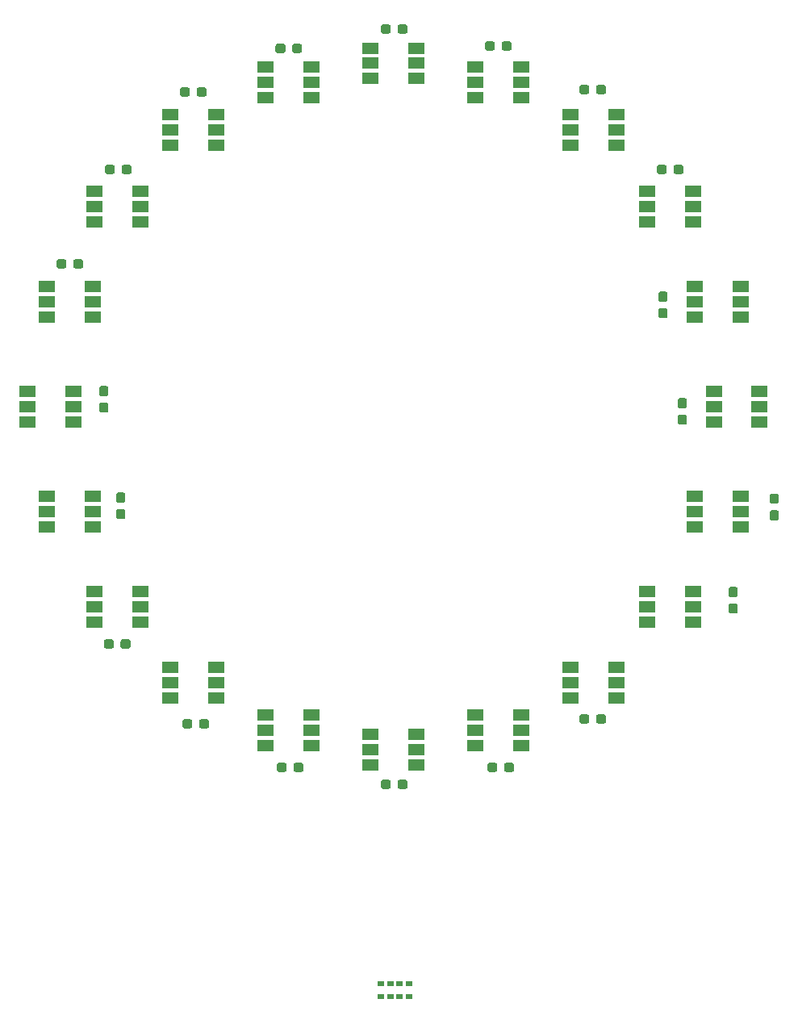
<source format=gbr>
G04 #@! TF.GenerationSoftware,KiCad,Pcbnew,(5.1.0)-1*
G04 #@! TF.CreationDate,2019-06-01T08:22:03-04:00*
G04 #@! TF.ProjectId,CommandCenter_KICAD,436f6d6d-616e-4644-9365-6e7465725f4b,rev?*
G04 #@! TF.SameCoordinates,Original*
G04 #@! TF.FileFunction,Paste,Bot*
G04 #@! TF.FilePolarity,Positive*
%FSLAX46Y46*%
G04 Gerber Fmt 4.6, Leading zero omitted, Abs format (unit mm)*
G04 Created by KiCad (PCBNEW (5.1.0)-1) date 2019-06-01 08:22:03*
%MOMM*%
%LPD*%
G04 APERTURE LIST*
%ADD10R,0.720000X0.600000*%
%ADD11R,1.800000X1.200000*%
%ADD12C,0.100000*%
%ADD13C,0.950000*%
G04 APERTURE END LIST*
D10*
X129170000Y-139384000D03*
X130140000Y-139384000D03*
X131110000Y-139384000D03*
X132080000Y-139384000D03*
X132080000Y-137984000D03*
X131110000Y-137984000D03*
X130140000Y-137984000D03*
X129170000Y-137984000D03*
D11*
X162084000Y-86848000D03*
X166884000Y-86848000D03*
X166884000Y-88448000D03*
X162084000Y-88448000D03*
X162084000Y-90048000D03*
X166884000Y-90048000D03*
X157084000Y-96848000D03*
X161884000Y-96848000D03*
X161884000Y-98448000D03*
X157084000Y-98448000D03*
X157084000Y-100048000D03*
X161884000Y-100048000D03*
X153884000Y-108048000D03*
X149084000Y-108048000D03*
X149084000Y-106448000D03*
X153884000Y-106448000D03*
X153884000Y-104848000D03*
X149084000Y-104848000D03*
X143884000Y-113048000D03*
X139084000Y-113048000D03*
X139084000Y-111448000D03*
X143884000Y-111448000D03*
X143884000Y-109848000D03*
X139084000Y-109848000D03*
X128084000Y-111848000D03*
X132884000Y-111848000D03*
X132884000Y-113448000D03*
X128084000Y-113448000D03*
X128084000Y-115048000D03*
X132884000Y-115048000D03*
X121884000Y-113048000D03*
X117084000Y-113048000D03*
X117084000Y-111448000D03*
X121884000Y-111448000D03*
X121884000Y-109848000D03*
X117084000Y-109848000D03*
X111884000Y-108048000D03*
X107084000Y-108048000D03*
X107084000Y-106448000D03*
X111884000Y-106448000D03*
X111884000Y-104848000D03*
X107084000Y-104848000D03*
X103884000Y-100048000D03*
X99084000Y-100048000D03*
X99084000Y-98448000D03*
X103884000Y-98448000D03*
X103884000Y-96848000D03*
X99084000Y-96848000D03*
X98884000Y-90048000D03*
X94084000Y-90048000D03*
X94084000Y-88448000D03*
X98884000Y-88448000D03*
X98884000Y-86848000D03*
X94084000Y-86848000D03*
X96884000Y-79048000D03*
X92084000Y-79048000D03*
X92084000Y-77448000D03*
X96884000Y-77448000D03*
X96884000Y-75848000D03*
X92084000Y-75848000D03*
X98884000Y-68048000D03*
X94084000Y-68048000D03*
X94084000Y-66448000D03*
X98884000Y-66448000D03*
X98884000Y-64848000D03*
X94084000Y-64848000D03*
X103884000Y-58048000D03*
X99084000Y-58048000D03*
X99084000Y-56448000D03*
X103884000Y-56448000D03*
X103884000Y-54848000D03*
X99084000Y-54848000D03*
X107084000Y-46848000D03*
X111884000Y-46848000D03*
X111884000Y-48448000D03*
X107084000Y-48448000D03*
X107084000Y-50048000D03*
X111884000Y-50048000D03*
X121884000Y-45048000D03*
X117084000Y-45048000D03*
X117084000Y-43448000D03*
X121884000Y-43448000D03*
X121884000Y-41848000D03*
X117084000Y-41848000D03*
X132884000Y-43048000D03*
X128084000Y-43048000D03*
X128084000Y-41448000D03*
X132884000Y-41448000D03*
X132884000Y-39848000D03*
X128084000Y-39848000D03*
X139084000Y-41848000D03*
X143884000Y-41848000D03*
X143884000Y-43448000D03*
X139084000Y-43448000D03*
X139084000Y-45048000D03*
X143884000Y-45048000D03*
X153884000Y-50048000D03*
X149084000Y-50048000D03*
X149084000Y-48448000D03*
X153884000Y-48448000D03*
X153884000Y-46848000D03*
X149084000Y-46848000D03*
X157084000Y-54848000D03*
X161884000Y-54848000D03*
X161884000Y-56448000D03*
X157084000Y-56448000D03*
X157084000Y-58048000D03*
X161884000Y-58048000D03*
X162084000Y-64848000D03*
X166884000Y-64848000D03*
X166884000Y-66448000D03*
X162084000Y-66448000D03*
X162084000Y-68048000D03*
X166884000Y-68048000D03*
X164084000Y-75848000D03*
X168884000Y-75848000D03*
X168884000Y-77448000D03*
X164084000Y-77448000D03*
X164084000Y-79048000D03*
X168884000Y-79048000D03*
D12*
G36*
X102114779Y-88235144D02*
G01*
X102137834Y-88238563D01*
X102160443Y-88244227D01*
X102182387Y-88252079D01*
X102203457Y-88262044D01*
X102223448Y-88274026D01*
X102242168Y-88287910D01*
X102259438Y-88303562D01*
X102275090Y-88320832D01*
X102288974Y-88339552D01*
X102300956Y-88359543D01*
X102310921Y-88380613D01*
X102318773Y-88402557D01*
X102324437Y-88425166D01*
X102327856Y-88448221D01*
X102329000Y-88471500D01*
X102329000Y-89046500D01*
X102327856Y-89069779D01*
X102324437Y-89092834D01*
X102318773Y-89115443D01*
X102310921Y-89137387D01*
X102300956Y-89158457D01*
X102288974Y-89178448D01*
X102275090Y-89197168D01*
X102259438Y-89214438D01*
X102242168Y-89230090D01*
X102223448Y-89243974D01*
X102203457Y-89255956D01*
X102182387Y-89265921D01*
X102160443Y-89273773D01*
X102137834Y-89279437D01*
X102114779Y-89282856D01*
X102091500Y-89284000D01*
X101616500Y-89284000D01*
X101593221Y-89282856D01*
X101570166Y-89279437D01*
X101547557Y-89273773D01*
X101525613Y-89265921D01*
X101504543Y-89255956D01*
X101484552Y-89243974D01*
X101465832Y-89230090D01*
X101448562Y-89214438D01*
X101432910Y-89197168D01*
X101419026Y-89178448D01*
X101407044Y-89158457D01*
X101397079Y-89137387D01*
X101389227Y-89115443D01*
X101383563Y-89092834D01*
X101380144Y-89069779D01*
X101379000Y-89046500D01*
X101379000Y-88471500D01*
X101380144Y-88448221D01*
X101383563Y-88425166D01*
X101389227Y-88402557D01*
X101397079Y-88380613D01*
X101407044Y-88359543D01*
X101419026Y-88339552D01*
X101432910Y-88320832D01*
X101448562Y-88303562D01*
X101465832Y-88287910D01*
X101484552Y-88274026D01*
X101504543Y-88262044D01*
X101525613Y-88252079D01*
X101547557Y-88244227D01*
X101570166Y-88238563D01*
X101593221Y-88235144D01*
X101616500Y-88234000D01*
X102091500Y-88234000D01*
X102114779Y-88235144D01*
X102114779Y-88235144D01*
G37*
D13*
X101854000Y-88759000D03*
D12*
G36*
X102114779Y-86485144D02*
G01*
X102137834Y-86488563D01*
X102160443Y-86494227D01*
X102182387Y-86502079D01*
X102203457Y-86512044D01*
X102223448Y-86524026D01*
X102242168Y-86537910D01*
X102259438Y-86553562D01*
X102275090Y-86570832D01*
X102288974Y-86589552D01*
X102300956Y-86609543D01*
X102310921Y-86630613D01*
X102318773Y-86652557D01*
X102324437Y-86675166D01*
X102327856Y-86698221D01*
X102329000Y-86721500D01*
X102329000Y-87296500D01*
X102327856Y-87319779D01*
X102324437Y-87342834D01*
X102318773Y-87365443D01*
X102310921Y-87387387D01*
X102300956Y-87408457D01*
X102288974Y-87428448D01*
X102275090Y-87447168D01*
X102259438Y-87464438D01*
X102242168Y-87480090D01*
X102223448Y-87493974D01*
X102203457Y-87505956D01*
X102182387Y-87515921D01*
X102160443Y-87523773D01*
X102137834Y-87529437D01*
X102114779Y-87532856D01*
X102091500Y-87534000D01*
X101616500Y-87534000D01*
X101593221Y-87532856D01*
X101570166Y-87529437D01*
X101547557Y-87523773D01*
X101525613Y-87515921D01*
X101504543Y-87505956D01*
X101484552Y-87493974D01*
X101465832Y-87480090D01*
X101448562Y-87464438D01*
X101432910Y-87447168D01*
X101419026Y-87428448D01*
X101407044Y-87408457D01*
X101397079Y-87387387D01*
X101389227Y-87365443D01*
X101383563Y-87342834D01*
X101380144Y-87319779D01*
X101379000Y-87296500D01*
X101379000Y-86721500D01*
X101380144Y-86698221D01*
X101383563Y-86675166D01*
X101389227Y-86652557D01*
X101397079Y-86630613D01*
X101407044Y-86609543D01*
X101419026Y-86589552D01*
X101432910Y-86570832D01*
X101448562Y-86553562D01*
X101465832Y-86537910D01*
X101484552Y-86524026D01*
X101504543Y-86512044D01*
X101525613Y-86502079D01*
X101547557Y-86494227D01*
X101570166Y-86488563D01*
X101593221Y-86485144D01*
X101616500Y-86484000D01*
X102091500Y-86484000D01*
X102114779Y-86485144D01*
X102114779Y-86485144D01*
G37*
D13*
X101854000Y-87009000D03*
D12*
G36*
X131741779Y-116620144D02*
G01*
X131764834Y-116623563D01*
X131787443Y-116629227D01*
X131809387Y-116637079D01*
X131830457Y-116647044D01*
X131850448Y-116659026D01*
X131869168Y-116672910D01*
X131886438Y-116688562D01*
X131902090Y-116705832D01*
X131915974Y-116724552D01*
X131927956Y-116744543D01*
X131937921Y-116765613D01*
X131945773Y-116787557D01*
X131951437Y-116810166D01*
X131954856Y-116833221D01*
X131956000Y-116856500D01*
X131956000Y-117331500D01*
X131954856Y-117354779D01*
X131951437Y-117377834D01*
X131945773Y-117400443D01*
X131937921Y-117422387D01*
X131927956Y-117443457D01*
X131915974Y-117463448D01*
X131902090Y-117482168D01*
X131886438Y-117499438D01*
X131869168Y-117515090D01*
X131850448Y-117528974D01*
X131830457Y-117540956D01*
X131809387Y-117550921D01*
X131787443Y-117558773D01*
X131764834Y-117564437D01*
X131741779Y-117567856D01*
X131718500Y-117569000D01*
X131143500Y-117569000D01*
X131120221Y-117567856D01*
X131097166Y-117564437D01*
X131074557Y-117558773D01*
X131052613Y-117550921D01*
X131031543Y-117540956D01*
X131011552Y-117528974D01*
X130992832Y-117515090D01*
X130975562Y-117499438D01*
X130959910Y-117482168D01*
X130946026Y-117463448D01*
X130934044Y-117443457D01*
X130924079Y-117422387D01*
X130916227Y-117400443D01*
X130910563Y-117377834D01*
X130907144Y-117354779D01*
X130906000Y-117331500D01*
X130906000Y-116856500D01*
X130907144Y-116833221D01*
X130910563Y-116810166D01*
X130916227Y-116787557D01*
X130924079Y-116765613D01*
X130934044Y-116744543D01*
X130946026Y-116724552D01*
X130959910Y-116705832D01*
X130975562Y-116688562D01*
X130992832Y-116672910D01*
X131011552Y-116659026D01*
X131031543Y-116647044D01*
X131052613Y-116637079D01*
X131074557Y-116629227D01*
X131097166Y-116623563D01*
X131120221Y-116620144D01*
X131143500Y-116619000D01*
X131718500Y-116619000D01*
X131741779Y-116620144D01*
X131741779Y-116620144D01*
G37*
D13*
X131431000Y-117094000D03*
D12*
G36*
X129991779Y-116620144D02*
G01*
X130014834Y-116623563D01*
X130037443Y-116629227D01*
X130059387Y-116637079D01*
X130080457Y-116647044D01*
X130100448Y-116659026D01*
X130119168Y-116672910D01*
X130136438Y-116688562D01*
X130152090Y-116705832D01*
X130165974Y-116724552D01*
X130177956Y-116744543D01*
X130187921Y-116765613D01*
X130195773Y-116787557D01*
X130201437Y-116810166D01*
X130204856Y-116833221D01*
X130206000Y-116856500D01*
X130206000Y-117331500D01*
X130204856Y-117354779D01*
X130201437Y-117377834D01*
X130195773Y-117400443D01*
X130187921Y-117422387D01*
X130177956Y-117443457D01*
X130165974Y-117463448D01*
X130152090Y-117482168D01*
X130136438Y-117499438D01*
X130119168Y-117515090D01*
X130100448Y-117528974D01*
X130080457Y-117540956D01*
X130059387Y-117550921D01*
X130037443Y-117558773D01*
X130014834Y-117564437D01*
X129991779Y-117567856D01*
X129968500Y-117569000D01*
X129393500Y-117569000D01*
X129370221Y-117567856D01*
X129347166Y-117564437D01*
X129324557Y-117558773D01*
X129302613Y-117550921D01*
X129281543Y-117540956D01*
X129261552Y-117528974D01*
X129242832Y-117515090D01*
X129225562Y-117499438D01*
X129209910Y-117482168D01*
X129196026Y-117463448D01*
X129184044Y-117443457D01*
X129174079Y-117422387D01*
X129166227Y-117400443D01*
X129160563Y-117377834D01*
X129157144Y-117354779D01*
X129156000Y-117331500D01*
X129156000Y-116856500D01*
X129157144Y-116833221D01*
X129160563Y-116810166D01*
X129166227Y-116787557D01*
X129174079Y-116765613D01*
X129184044Y-116744543D01*
X129196026Y-116724552D01*
X129209910Y-116705832D01*
X129225562Y-116688562D01*
X129242832Y-116672910D01*
X129261552Y-116659026D01*
X129281543Y-116647044D01*
X129302613Y-116637079D01*
X129324557Y-116629227D01*
X129347166Y-116623563D01*
X129370221Y-116620144D01*
X129393500Y-116619000D01*
X129968500Y-116619000D01*
X129991779Y-116620144D01*
X129991779Y-116620144D01*
G37*
D13*
X129681000Y-117094000D03*
D12*
G36*
X170694779Y-88348144D02*
G01*
X170717834Y-88351563D01*
X170740443Y-88357227D01*
X170762387Y-88365079D01*
X170783457Y-88375044D01*
X170803448Y-88387026D01*
X170822168Y-88400910D01*
X170839438Y-88416562D01*
X170855090Y-88433832D01*
X170868974Y-88452552D01*
X170880956Y-88472543D01*
X170890921Y-88493613D01*
X170898773Y-88515557D01*
X170904437Y-88538166D01*
X170907856Y-88561221D01*
X170909000Y-88584500D01*
X170909000Y-89159500D01*
X170907856Y-89182779D01*
X170904437Y-89205834D01*
X170898773Y-89228443D01*
X170890921Y-89250387D01*
X170880956Y-89271457D01*
X170868974Y-89291448D01*
X170855090Y-89310168D01*
X170839438Y-89327438D01*
X170822168Y-89343090D01*
X170803448Y-89356974D01*
X170783457Y-89368956D01*
X170762387Y-89378921D01*
X170740443Y-89386773D01*
X170717834Y-89392437D01*
X170694779Y-89395856D01*
X170671500Y-89397000D01*
X170196500Y-89397000D01*
X170173221Y-89395856D01*
X170150166Y-89392437D01*
X170127557Y-89386773D01*
X170105613Y-89378921D01*
X170084543Y-89368956D01*
X170064552Y-89356974D01*
X170045832Y-89343090D01*
X170028562Y-89327438D01*
X170012910Y-89310168D01*
X169999026Y-89291448D01*
X169987044Y-89271457D01*
X169977079Y-89250387D01*
X169969227Y-89228443D01*
X169963563Y-89205834D01*
X169960144Y-89182779D01*
X169959000Y-89159500D01*
X169959000Y-88584500D01*
X169960144Y-88561221D01*
X169963563Y-88538166D01*
X169969227Y-88515557D01*
X169977079Y-88493613D01*
X169987044Y-88472543D01*
X169999026Y-88452552D01*
X170012910Y-88433832D01*
X170028562Y-88416562D01*
X170045832Y-88400910D01*
X170064552Y-88387026D01*
X170084543Y-88375044D01*
X170105613Y-88365079D01*
X170127557Y-88357227D01*
X170150166Y-88351563D01*
X170173221Y-88348144D01*
X170196500Y-88347000D01*
X170671500Y-88347000D01*
X170694779Y-88348144D01*
X170694779Y-88348144D01*
G37*
D13*
X170434000Y-88872000D03*
D12*
G36*
X170694779Y-86598144D02*
G01*
X170717834Y-86601563D01*
X170740443Y-86607227D01*
X170762387Y-86615079D01*
X170783457Y-86625044D01*
X170803448Y-86637026D01*
X170822168Y-86650910D01*
X170839438Y-86666562D01*
X170855090Y-86683832D01*
X170868974Y-86702552D01*
X170880956Y-86722543D01*
X170890921Y-86743613D01*
X170898773Y-86765557D01*
X170904437Y-86788166D01*
X170907856Y-86811221D01*
X170909000Y-86834500D01*
X170909000Y-87409500D01*
X170907856Y-87432779D01*
X170904437Y-87455834D01*
X170898773Y-87478443D01*
X170890921Y-87500387D01*
X170880956Y-87521457D01*
X170868974Y-87541448D01*
X170855090Y-87560168D01*
X170839438Y-87577438D01*
X170822168Y-87593090D01*
X170803448Y-87606974D01*
X170783457Y-87618956D01*
X170762387Y-87628921D01*
X170740443Y-87636773D01*
X170717834Y-87642437D01*
X170694779Y-87645856D01*
X170671500Y-87647000D01*
X170196500Y-87647000D01*
X170173221Y-87645856D01*
X170150166Y-87642437D01*
X170127557Y-87636773D01*
X170105613Y-87628921D01*
X170084543Y-87618956D01*
X170064552Y-87606974D01*
X170045832Y-87593090D01*
X170028562Y-87577438D01*
X170012910Y-87560168D01*
X169999026Y-87541448D01*
X169987044Y-87521457D01*
X169977079Y-87500387D01*
X169969227Y-87478443D01*
X169963563Y-87455834D01*
X169960144Y-87432779D01*
X169959000Y-87409500D01*
X169959000Y-86834500D01*
X169960144Y-86811221D01*
X169963563Y-86788166D01*
X169969227Y-86765557D01*
X169977079Y-86743613D01*
X169987044Y-86722543D01*
X169999026Y-86702552D01*
X170012910Y-86683832D01*
X170028562Y-86666562D01*
X170045832Y-86650910D01*
X170064552Y-86637026D01*
X170084543Y-86625044D01*
X170105613Y-86615079D01*
X170127557Y-86607227D01*
X170150166Y-86601563D01*
X170173221Y-86598144D01*
X170196500Y-86597000D01*
X170671500Y-86597000D01*
X170694779Y-86598144D01*
X170694779Y-86598144D01*
G37*
D13*
X170434000Y-87122000D03*
D12*
G36*
X108909779Y-43976144D02*
G01*
X108932834Y-43979563D01*
X108955443Y-43985227D01*
X108977387Y-43993079D01*
X108998457Y-44003044D01*
X109018448Y-44015026D01*
X109037168Y-44028910D01*
X109054438Y-44044562D01*
X109070090Y-44061832D01*
X109083974Y-44080552D01*
X109095956Y-44100543D01*
X109105921Y-44121613D01*
X109113773Y-44143557D01*
X109119437Y-44166166D01*
X109122856Y-44189221D01*
X109124000Y-44212500D01*
X109124000Y-44687500D01*
X109122856Y-44710779D01*
X109119437Y-44733834D01*
X109113773Y-44756443D01*
X109105921Y-44778387D01*
X109095956Y-44799457D01*
X109083974Y-44819448D01*
X109070090Y-44838168D01*
X109054438Y-44855438D01*
X109037168Y-44871090D01*
X109018448Y-44884974D01*
X108998457Y-44896956D01*
X108977387Y-44906921D01*
X108955443Y-44914773D01*
X108932834Y-44920437D01*
X108909779Y-44923856D01*
X108886500Y-44925000D01*
X108311500Y-44925000D01*
X108288221Y-44923856D01*
X108265166Y-44920437D01*
X108242557Y-44914773D01*
X108220613Y-44906921D01*
X108199543Y-44896956D01*
X108179552Y-44884974D01*
X108160832Y-44871090D01*
X108143562Y-44855438D01*
X108127910Y-44838168D01*
X108114026Y-44819448D01*
X108102044Y-44799457D01*
X108092079Y-44778387D01*
X108084227Y-44756443D01*
X108078563Y-44733834D01*
X108075144Y-44710779D01*
X108074000Y-44687500D01*
X108074000Y-44212500D01*
X108075144Y-44189221D01*
X108078563Y-44166166D01*
X108084227Y-44143557D01*
X108092079Y-44121613D01*
X108102044Y-44100543D01*
X108114026Y-44080552D01*
X108127910Y-44061832D01*
X108143562Y-44044562D01*
X108160832Y-44028910D01*
X108179552Y-44015026D01*
X108199543Y-44003044D01*
X108220613Y-43993079D01*
X108242557Y-43985227D01*
X108265166Y-43979563D01*
X108288221Y-43976144D01*
X108311500Y-43975000D01*
X108886500Y-43975000D01*
X108909779Y-43976144D01*
X108909779Y-43976144D01*
G37*
D13*
X108599000Y-44450000D03*
D12*
G36*
X110659779Y-43976144D02*
G01*
X110682834Y-43979563D01*
X110705443Y-43985227D01*
X110727387Y-43993079D01*
X110748457Y-44003044D01*
X110768448Y-44015026D01*
X110787168Y-44028910D01*
X110804438Y-44044562D01*
X110820090Y-44061832D01*
X110833974Y-44080552D01*
X110845956Y-44100543D01*
X110855921Y-44121613D01*
X110863773Y-44143557D01*
X110869437Y-44166166D01*
X110872856Y-44189221D01*
X110874000Y-44212500D01*
X110874000Y-44687500D01*
X110872856Y-44710779D01*
X110869437Y-44733834D01*
X110863773Y-44756443D01*
X110855921Y-44778387D01*
X110845956Y-44799457D01*
X110833974Y-44819448D01*
X110820090Y-44838168D01*
X110804438Y-44855438D01*
X110787168Y-44871090D01*
X110768448Y-44884974D01*
X110748457Y-44896956D01*
X110727387Y-44906921D01*
X110705443Y-44914773D01*
X110682834Y-44920437D01*
X110659779Y-44923856D01*
X110636500Y-44925000D01*
X110061500Y-44925000D01*
X110038221Y-44923856D01*
X110015166Y-44920437D01*
X109992557Y-44914773D01*
X109970613Y-44906921D01*
X109949543Y-44896956D01*
X109929552Y-44884974D01*
X109910832Y-44871090D01*
X109893562Y-44855438D01*
X109877910Y-44838168D01*
X109864026Y-44819448D01*
X109852044Y-44799457D01*
X109842079Y-44778387D01*
X109834227Y-44756443D01*
X109828563Y-44733834D01*
X109825144Y-44710779D01*
X109824000Y-44687500D01*
X109824000Y-44212500D01*
X109825144Y-44189221D01*
X109828563Y-44166166D01*
X109834227Y-44143557D01*
X109842079Y-44121613D01*
X109852044Y-44100543D01*
X109864026Y-44080552D01*
X109877910Y-44061832D01*
X109893562Y-44044562D01*
X109910832Y-44028910D01*
X109929552Y-44015026D01*
X109949543Y-44003044D01*
X109970613Y-43993079D01*
X109992557Y-43985227D01*
X110015166Y-43979563D01*
X110038221Y-43976144D01*
X110061500Y-43975000D01*
X110636500Y-43975000D01*
X110659779Y-43976144D01*
X110659779Y-43976144D01*
G37*
D13*
X110349000Y-44450000D03*
D12*
G36*
X152569779Y-43722144D02*
G01*
X152592834Y-43725563D01*
X152615443Y-43731227D01*
X152637387Y-43739079D01*
X152658457Y-43749044D01*
X152678448Y-43761026D01*
X152697168Y-43774910D01*
X152714438Y-43790562D01*
X152730090Y-43807832D01*
X152743974Y-43826552D01*
X152755956Y-43846543D01*
X152765921Y-43867613D01*
X152773773Y-43889557D01*
X152779437Y-43912166D01*
X152782856Y-43935221D01*
X152784000Y-43958500D01*
X152784000Y-44433500D01*
X152782856Y-44456779D01*
X152779437Y-44479834D01*
X152773773Y-44502443D01*
X152765921Y-44524387D01*
X152755956Y-44545457D01*
X152743974Y-44565448D01*
X152730090Y-44584168D01*
X152714438Y-44601438D01*
X152697168Y-44617090D01*
X152678448Y-44630974D01*
X152658457Y-44642956D01*
X152637387Y-44652921D01*
X152615443Y-44660773D01*
X152592834Y-44666437D01*
X152569779Y-44669856D01*
X152546500Y-44671000D01*
X151971500Y-44671000D01*
X151948221Y-44669856D01*
X151925166Y-44666437D01*
X151902557Y-44660773D01*
X151880613Y-44652921D01*
X151859543Y-44642956D01*
X151839552Y-44630974D01*
X151820832Y-44617090D01*
X151803562Y-44601438D01*
X151787910Y-44584168D01*
X151774026Y-44565448D01*
X151762044Y-44545457D01*
X151752079Y-44524387D01*
X151744227Y-44502443D01*
X151738563Y-44479834D01*
X151735144Y-44456779D01*
X151734000Y-44433500D01*
X151734000Y-43958500D01*
X151735144Y-43935221D01*
X151738563Y-43912166D01*
X151744227Y-43889557D01*
X151752079Y-43867613D01*
X151762044Y-43846543D01*
X151774026Y-43826552D01*
X151787910Y-43807832D01*
X151803562Y-43790562D01*
X151820832Y-43774910D01*
X151839552Y-43761026D01*
X151859543Y-43749044D01*
X151880613Y-43739079D01*
X151902557Y-43731227D01*
X151925166Y-43725563D01*
X151948221Y-43722144D01*
X151971500Y-43721000D01*
X152546500Y-43721000D01*
X152569779Y-43722144D01*
X152569779Y-43722144D01*
G37*
D13*
X152259000Y-44196000D03*
D12*
G36*
X150819779Y-43722144D02*
G01*
X150842834Y-43725563D01*
X150865443Y-43731227D01*
X150887387Y-43739079D01*
X150908457Y-43749044D01*
X150928448Y-43761026D01*
X150947168Y-43774910D01*
X150964438Y-43790562D01*
X150980090Y-43807832D01*
X150993974Y-43826552D01*
X151005956Y-43846543D01*
X151015921Y-43867613D01*
X151023773Y-43889557D01*
X151029437Y-43912166D01*
X151032856Y-43935221D01*
X151034000Y-43958500D01*
X151034000Y-44433500D01*
X151032856Y-44456779D01*
X151029437Y-44479834D01*
X151023773Y-44502443D01*
X151015921Y-44524387D01*
X151005956Y-44545457D01*
X150993974Y-44565448D01*
X150980090Y-44584168D01*
X150964438Y-44601438D01*
X150947168Y-44617090D01*
X150928448Y-44630974D01*
X150908457Y-44642956D01*
X150887387Y-44652921D01*
X150865443Y-44660773D01*
X150842834Y-44666437D01*
X150819779Y-44669856D01*
X150796500Y-44671000D01*
X150221500Y-44671000D01*
X150198221Y-44669856D01*
X150175166Y-44666437D01*
X150152557Y-44660773D01*
X150130613Y-44652921D01*
X150109543Y-44642956D01*
X150089552Y-44630974D01*
X150070832Y-44617090D01*
X150053562Y-44601438D01*
X150037910Y-44584168D01*
X150024026Y-44565448D01*
X150012044Y-44545457D01*
X150002079Y-44524387D01*
X149994227Y-44502443D01*
X149988563Y-44479834D01*
X149985144Y-44456779D01*
X149984000Y-44433500D01*
X149984000Y-43958500D01*
X149985144Y-43935221D01*
X149988563Y-43912166D01*
X149994227Y-43889557D01*
X150002079Y-43867613D01*
X150012044Y-43846543D01*
X150024026Y-43826552D01*
X150037910Y-43807832D01*
X150053562Y-43790562D01*
X150070832Y-43774910D01*
X150089552Y-43761026D01*
X150109543Y-43749044D01*
X150130613Y-43739079D01*
X150152557Y-43731227D01*
X150175166Y-43725563D01*
X150198221Y-43722144D01*
X150221500Y-43721000D01*
X150796500Y-43721000D01*
X150819779Y-43722144D01*
X150819779Y-43722144D01*
G37*
D13*
X150509000Y-44196000D03*
D12*
G36*
X100336779Y-77059144D02*
G01*
X100359834Y-77062563D01*
X100382443Y-77068227D01*
X100404387Y-77076079D01*
X100425457Y-77086044D01*
X100445448Y-77098026D01*
X100464168Y-77111910D01*
X100481438Y-77127562D01*
X100497090Y-77144832D01*
X100510974Y-77163552D01*
X100522956Y-77183543D01*
X100532921Y-77204613D01*
X100540773Y-77226557D01*
X100546437Y-77249166D01*
X100549856Y-77272221D01*
X100551000Y-77295500D01*
X100551000Y-77870500D01*
X100549856Y-77893779D01*
X100546437Y-77916834D01*
X100540773Y-77939443D01*
X100532921Y-77961387D01*
X100522956Y-77982457D01*
X100510974Y-78002448D01*
X100497090Y-78021168D01*
X100481438Y-78038438D01*
X100464168Y-78054090D01*
X100445448Y-78067974D01*
X100425457Y-78079956D01*
X100404387Y-78089921D01*
X100382443Y-78097773D01*
X100359834Y-78103437D01*
X100336779Y-78106856D01*
X100313500Y-78108000D01*
X99838500Y-78108000D01*
X99815221Y-78106856D01*
X99792166Y-78103437D01*
X99769557Y-78097773D01*
X99747613Y-78089921D01*
X99726543Y-78079956D01*
X99706552Y-78067974D01*
X99687832Y-78054090D01*
X99670562Y-78038438D01*
X99654910Y-78021168D01*
X99641026Y-78002448D01*
X99629044Y-77982457D01*
X99619079Y-77961387D01*
X99611227Y-77939443D01*
X99605563Y-77916834D01*
X99602144Y-77893779D01*
X99601000Y-77870500D01*
X99601000Y-77295500D01*
X99602144Y-77272221D01*
X99605563Y-77249166D01*
X99611227Y-77226557D01*
X99619079Y-77204613D01*
X99629044Y-77183543D01*
X99641026Y-77163552D01*
X99654910Y-77144832D01*
X99670562Y-77127562D01*
X99687832Y-77111910D01*
X99706552Y-77098026D01*
X99726543Y-77086044D01*
X99747613Y-77076079D01*
X99769557Y-77068227D01*
X99792166Y-77062563D01*
X99815221Y-77059144D01*
X99838500Y-77058000D01*
X100313500Y-77058000D01*
X100336779Y-77059144D01*
X100336779Y-77059144D01*
G37*
D13*
X100076000Y-77583000D03*
D12*
G36*
X100336779Y-75309144D02*
G01*
X100359834Y-75312563D01*
X100382443Y-75318227D01*
X100404387Y-75326079D01*
X100425457Y-75336044D01*
X100445448Y-75348026D01*
X100464168Y-75361910D01*
X100481438Y-75377562D01*
X100497090Y-75394832D01*
X100510974Y-75413552D01*
X100522956Y-75433543D01*
X100532921Y-75454613D01*
X100540773Y-75476557D01*
X100546437Y-75499166D01*
X100549856Y-75522221D01*
X100551000Y-75545500D01*
X100551000Y-76120500D01*
X100549856Y-76143779D01*
X100546437Y-76166834D01*
X100540773Y-76189443D01*
X100532921Y-76211387D01*
X100522956Y-76232457D01*
X100510974Y-76252448D01*
X100497090Y-76271168D01*
X100481438Y-76288438D01*
X100464168Y-76304090D01*
X100445448Y-76317974D01*
X100425457Y-76329956D01*
X100404387Y-76339921D01*
X100382443Y-76347773D01*
X100359834Y-76353437D01*
X100336779Y-76356856D01*
X100313500Y-76358000D01*
X99838500Y-76358000D01*
X99815221Y-76356856D01*
X99792166Y-76353437D01*
X99769557Y-76347773D01*
X99747613Y-76339921D01*
X99726543Y-76329956D01*
X99706552Y-76317974D01*
X99687832Y-76304090D01*
X99670562Y-76288438D01*
X99654910Y-76271168D01*
X99641026Y-76252448D01*
X99629044Y-76232457D01*
X99619079Y-76211387D01*
X99611227Y-76189443D01*
X99605563Y-76166834D01*
X99602144Y-76143779D01*
X99601000Y-76120500D01*
X99601000Y-75545500D01*
X99602144Y-75522221D01*
X99605563Y-75499166D01*
X99611227Y-75476557D01*
X99619079Y-75454613D01*
X99629044Y-75433543D01*
X99641026Y-75413552D01*
X99654910Y-75394832D01*
X99670562Y-75377562D01*
X99687832Y-75361910D01*
X99706552Y-75348026D01*
X99726543Y-75336044D01*
X99747613Y-75326079D01*
X99769557Y-75318227D01*
X99792166Y-75312563D01*
X99815221Y-75309144D01*
X99838500Y-75308000D01*
X100313500Y-75308000D01*
X100336779Y-75309144D01*
X100336779Y-75309144D01*
G37*
D13*
X100076000Y-75833000D03*
D12*
G36*
X119069779Y-114842144D02*
G01*
X119092834Y-114845563D01*
X119115443Y-114851227D01*
X119137387Y-114859079D01*
X119158457Y-114869044D01*
X119178448Y-114881026D01*
X119197168Y-114894910D01*
X119214438Y-114910562D01*
X119230090Y-114927832D01*
X119243974Y-114946552D01*
X119255956Y-114966543D01*
X119265921Y-114987613D01*
X119273773Y-115009557D01*
X119279437Y-115032166D01*
X119282856Y-115055221D01*
X119284000Y-115078500D01*
X119284000Y-115553500D01*
X119282856Y-115576779D01*
X119279437Y-115599834D01*
X119273773Y-115622443D01*
X119265921Y-115644387D01*
X119255956Y-115665457D01*
X119243974Y-115685448D01*
X119230090Y-115704168D01*
X119214438Y-115721438D01*
X119197168Y-115737090D01*
X119178448Y-115750974D01*
X119158457Y-115762956D01*
X119137387Y-115772921D01*
X119115443Y-115780773D01*
X119092834Y-115786437D01*
X119069779Y-115789856D01*
X119046500Y-115791000D01*
X118471500Y-115791000D01*
X118448221Y-115789856D01*
X118425166Y-115786437D01*
X118402557Y-115780773D01*
X118380613Y-115772921D01*
X118359543Y-115762956D01*
X118339552Y-115750974D01*
X118320832Y-115737090D01*
X118303562Y-115721438D01*
X118287910Y-115704168D01*
X118274026Y-115685448D01*
X118262044Y-115665457D01*
X118252079Y-115644387D01*
X118244227Y-115622443D01*
X118238563Y-115599834D01*
X118235144Y-115576779D01*
X118234000Y-115553500D01*
X118234000Y-115078500D01*
X118235144Y-115055221D01*
X118238563Y-115032166D01*
X118244227Y-115009557D01*
X118252079Y-114987613D01*
X118262044Y-114966543D01*
X118274026Y-114946552D01*
X118287910Y-114927832D01*
X118303562Y-114910562D01*
X118320832Y-114894910D01*
X118339552Y-114881026D01*
X118359543Y-114869044D01*
X118380613Y-114859079D01*
X118402557Y-114851227D01*
X118425166Y-114845563D01*
X118448221Y-114842144D01*
X118471500Y-114841000D01*
X119046500Y-114841000D01*
X119069779Y-114842144D01*
X119069779Y-114842144D01*
G37*
D13*
X118759000Y-115316000D03*
D12*
G36*
X120819779Y-114842144D02*
G01*
X120842834Y-114845563D01*
X120865443Y-114851227D01*
X120887387Y-114859079D01*
X120908457Y-114869044D01*
X120928448Y-114881026D01*
X120947168Y-114894910D01*
X120964438Y-114910562D01*
X120980090Y-114927832D01*
X120993974Y-114946552D01*
X121005956Y-114966543D01*
X121015921Y-114987613D01*
X121023773Y-115009557D01*
X121029437Y-115032166D01*
X121032856Y-115055221D01*
X121034000Y-115078500D01*
X121034000Y-115553500D01*
X121032856Y-115576779D01*
X121029437Y-115599834D01*
X121023773Y-115622443D01*
X121015921Y-115644387D01*
X121005956Y-115665457D01*
X120993974Y-115685448D01*
X120980090Y-115704168D01*
X120964438Y-115721438D01*
X120947168Y-115737090D01*
X120928448Y-115750974D01*
X120908457Y-115762956D01*
X120887387Y-115772921D01*
X120865443Y-115780773D01*
X120842834Y-115786437D01*
X120819779Y-115789856D01*
X120796500Y-115791000D01*
X120221500Y-115791000D01*
X120198221Y-115789856D01*
X120175166Y-115786437D01*
X120152557Y-115780773D01*
X120130613Y-115772921D01*
X120109543Y-115762956D01*
X120089552Y-115750974D01*
X120070832Y-115737090D01*
X120053562Y-115721438D01*
X120037910Y-115704168D01*
X120024026Y-115685448D01*
X120012044Y-115665457D01*
X120002079Y-115644387D01*
X119994227Y-115622443D01*
X119988563Y-115599834D01*
X119985144Y-115576779D01*
X119984000Y-115553500D01*
X119984000Y-115078500D01*
X119985144Y-115055221D01*
X119988563Y-115032166D01*
X119994227Y-115009557D01*
X120002079Y-114987613D01*
X120012044Y-114966543D01*
X120024026Y-114946552D01*
X120037910Y-114927832D01*
X120053562Y-114910562D01*
X120070832Y-114894910D01*
X120089552Y-114881026D01*
X120109543Y-114869044D01*
X120130613Y-114859079D01*
X120152557Y-114851227D01*
X120175166Y-114845563D01*
X120198221Y-114842144D01*
X120221500Y-114841000D01*
X120796500Y-114841000D01*
X120819779Y-114842144D01*
X120819779Y-114842144D01*
G37*
D13*
X120509000Y-115316000D03*
D12*
G36*
X166376779Y-96391144D02*
G01*
X166399834Y-96394563D01*
X166422443Y-96400227D01*
X166444387Y-96408079D01*
X166465457Y-96418044D01*
X166485448Y-96430026D01*
X166504168Y-96443910D01*
X166521438Y-96459562D01*
X166537090Y-96476832D01*
X166550974Y-96495552D01*
X166562956Y-96515543D01*
X166572921Y-96536613D01*
X166580773Y-96558557D01*
X166586437Y-96581166D01*
X166589856Y-96604221D01*
X166591000Y-96627500D01*
X166591000Y-97202500D01*
X166589856Y-97225779D01*
X166586437Y-97248834D01*
X166580773Y-97271443D01*
X166572921Y-97293387D01*
X166562956Y-97314457D01*
X166550974Y-97334448D01*
X166537090Y-97353168D01*
X166521438Y-97370438D01*
X166504168Y-97386090D01*
X166485448Y-97399974D01*
X166465457Y-97411956D01*
X166444387Y-97421921D01*
X166422443Y-97429773D01*
X166399834Y-97435437D01*
X166376779Y-97438856D01*
X166353500Y-97440000D01*
X165878500Y-97440000D01*
X165855221Y-97438856D01*
X165832166Y-97435437D01*
X165809557Y-97429773D01*
X165787613Y-97421921D01*
X165766543Y-97411956D01*
X165746552Y-97399974D01*
X165727832Y-97386090D01*
X165710562Y-97370438D01*
X165694910Y-97353168D01*
X165681026Y-97334448D01*
X165669044Y-97314457D01*
X165659079Y-97293387D01*
X165651227Y-97271443D01*
X165645563Y-97248834D01*
X165642144Y-97225779D01*
X165641000Y-97202500D01*
X165641000Y-96627500D01*
X165642144Y-96604221D01*
X165645563Y-96581166D01*
X165651227Y-96558557D01*
X165659079Y-96536613D01*
X165669044Y-96515543D01*
X165681026Y-96495552D01*
X165694910Y-96476832D01*
X165710562Y-96459562D01*
X165727832Y-96443910D01*
X165746552Y-96430026D01*
X165766543Y-96418044D01*
X165787613Y-96408079D01*
X165809557Y-96400227D01*
X165832166Y-96394563D01*
X165855221Y-96391144D01*
X165878500Y-96390000D01*
X166353500Y-96390000D01*
X166376779Y-96391144D01*
X166376779Y-96391144D01*
G37*
D13*
X166116000Y-96915000D03*
D12*
G36*
X166376779Y-98141144D02*
G01*
X166399834Y-98144563D01*
X166422443Y-98150227D01*
X166444387Y-98158079D01*
X166465457Y-98168044D01*
X166485448Y-98180026D01*
X166504168Y-98193910D01*
X166521438Y-98209562D01*
X166537090Y-98226832D01*
X166550974Y-98245552D01*
X166562956Y-98265543D01*
X166572921Y-98286613D01*
X166580773Y-98308557D01*
X166586437Y-98331166D01*
X166589856Y-98354221D01*
X166591000Y-98377500D01*
X166591000Y-98952500D01*
X166589856Y-98975779D01*
X166586437Y-98998834D01*
X166580773Y-99021443D01*
X166572921Y-99043387D01*
X166562956Y-99064457D01*
X166550974Y-99084448D01*
X166537090Y-99103168D01*
X166521438Y-99120438D01*
X166504168Y-99136090D01*
X166485448Y-99149974D01*
X166465457Y-99161956D01*
X166444387Y-99171921D01*
X166422443Y-99179773D01*
X166399834Y-99185437D01*
X166376779Y-99188856D01*
X166353500Y-99190000D01*
X165878500Y-99190000D01*
X165855221Y-99188856D01*
X165832166Y-99185437D01*
X165809557Y-99179773D01*
X165787613Y-99171921D01*
X165766543Y-99161956D01*
X165746552Y-99149974D01*
X165727832Y-99136090D01*
X165710562Y-99120438D01*
X165694910Y-99103168D01*
X165681026Y-99084448D01*
X165669044Y-99064457D01*
X165659079Y-99043387D01*
X165651227Y-99021443D01*
X165645563Y-98998834D01*
X165642144Y-98975779D01*
X165641000Y-98952500D01*
X165641000Y-98377500D01*
X165642144Y-98354221D01*
X165645563Y-98331166D01*
X165651227Y-98308557D01*
X165659079Y-98286613D01*
X165669044Y-98265543D01*
X165681026Y-98245552D01*
X165694910Y-98226832D01*
X165710562Y-98209562D01*
X165727832Y-98193910D01*
X165746552Y-98180026D01*
X165766543Y-98168044D01*
X165787613Y-98158079D01*
X165809557Y-98150227D01*
X165832166Y-98144563D01*
X165855221Y-98141144D01*
X165878500Y-98140000D01*
X166353500Y-98140000D01*
X166376779Y-98141144D01*
X166376779Y-98141144D01*
G37*
D13*
X166116000Y-98665000D03*
D12*
G36*
X118928779Y-39404144D02*
G01*
X118951834Y-39407563D01*
X118974443Y-39413227D01*
X118996387Y-39421079D01*
X119017457Y-39431044D01*
X119037448Y-39443026D01*
X119056168Y-39456910D01*
X119073438Y-39472562D01*
X119089090Y-39489832D01*
X119102974Y-39508552D01*
X119114956Y-39528543D01*
X119124921Y-39549613D01*
X119132773Y-39571557D01*
X119138437Y-39594166D01*
X119141856Y-39617221D01*
X119143000Y-39640500D01*
X119143000Y-40115500D01*
X119141856Y-40138779D01*
X119138437Y-40161834D01*
X119132773Y-40184443D01*
X119124921Y-40206387D01*
X119114956Y-40227457D01*
X119102974Y-40247448D01*
X119089090Y-40266168D01*
X119073438Y-40283438D01*
X119056168Y-40299090D01*
X119037448Y-40312974D01*
X119017457Y-40324956D01*
X118996387Y-40334921D01*
X118974443Y-40342773D01*
X118951834Y-40348437D01*
X118928779Y-40351856D01*
X118905500Y-40353000D01*
X118330500Y-40353000D01*
X118307221Y-40351856D01*
X118284166Y-40348437D01*
X118261557Y-40342773D01*
X118239613Y-40334921D01*
X118218543Y-40324956D01*
X118198552Y-40312974D01*
X118179832Y-40299090D01*
X118162562Y-40283438D01*
X118146910Y-40266168D01*
X118133026Y-40247448D01*
X118121044Y-40227457D01*
X118111079Y-40206387D01*
X118103227Y-40184443D01*
X118097563Y-40161834D01*
X118094144Y-40138779D01*
X118093000Y-40115500D01*
X118093000Y-39640500D01*
X118094144Y-39617221D01*
X118097563Y-39594166D01*
X118103227Y-39571557D01*
X118111079Y-39549613D01*
X118121044Y-39528543D01*
X118133026Y-39508552D01*
X118146910Y-39489832D01*
X118162562Y-39472562D01*
X118179832Y-39456910D01*
X118198552Y-39443026D01*
X118218543Y-39431044D01*
X118239613Y-39421079D01*
X118261557Y-39413227D01*
X118284166Y-39407563D01*
X118307221Y-39404144D01*
X118330500Y-39403000D01*
X118905500Y-39403000D01*
X118928779Y-39404144D01*
X118928779Y-39404144D01*
G37*
D13*
X118618000Y-39878000D03*
D12*
G36*
X120678779Y-39404144D02*
G01*
X120701834Y-39407563D01*
X120724443Y-39413227D01*
X120746387Y-39421079D01*
X120767457Y-39431044D01*
X120787448Y-39443026D01*
X120806168Y-39456910D01*
X120823438Y-39472562D01*
X120839090Y-39489832D01*
X120852974Y-39508552D01*
X120864956Y-39528543D01*
X120874921Y-39549613D01*
X120882773Y-39571557D01*
X120888437Y-39594166D01*
X120891856Y-39617221D01*
X120893000Y-39640500D01*
X120893000Y-40115500D01*
X120891856Y-40138779D01*
X120888437Y-40161834D01*
X120882773Y-40184443D01*
X120874921Y-40206387D01*
X120864956Y-40227457D01*
X120852974Y-40247448D01*
X120839090Y-40266168D01*
X120823438Y-40283438D01*
X120806168Y-40299090D01*
X120787448Y-40312974D01*
X120767457Y-40324956D01*
X120746387Y-40334921D01*
X120724443Y-40342773D01*
X120701834Y-40348437D01*
X120678779Y-40351856D01*
X120655500Y-40353000D01*
X120080500Y-40353000D01*
X120057221Y-40351856D01*
X120034166Y-40348437D01*
X120011557Y-40342773D01*
X119989613Y-40334921D01*
X119968543Y-40324956D01*
X119948552Y-40312974D01*
X119929832Y-40299090D01*
X119912562Y-40283438D01*
X119896910Y-40266168D01*
X119883026Y-40247448D01*
X119871044Y-40227457D01*
X119861079Y-40206387D01*
X119853227Y-40184443D01*
X119847563Y-40161834D01*
X119844144Y-40138779D01*
X119843000Y-40115500D01*
X119843000Y-39640500D01*
X119844144Y-39617221D01*
X119847563Y-39594166D01*
X119853227Y-39571557D01*
X119861079Y-39549613D01*
X119871044Y-39528543D01*
X119883026Y-39508552D01*
X119896910Y-39489832D01*
X119912562Y-39472562D01*
X119929832Y-39456910D01*
X119948552Y-39443026D01*
X119968543Y-39431044D01*
X119989613Y-39421079D01*
X120011557Y-39413227D01*
X120034166Y-39407563D01*
X120057221Y-39404144D01*
X120080500Y-39403000D01*
X120655500Y-39403000D01*
X120678779Y-39404144D01*
X120678779Y-39404144D01*
G37*
D13*
X120368000Y-39878000D03*
D12*
G36*
X160697779Y-52104144D02*
G01*
X160720834Y-52107563D01*
X160743443Y-52113227D01*
X160765387Y-52121079D01*
X160786457Y-52131044D01*
X160806448Y-52143026D01*
X160825168Y-52156910D01*
X160842438Y-52172562D01*
X160858090Y-52189832D01*
X160871974Y-52208552D01*
X160883956Y-52228543D01*
X160893921Y-52249613D01*
X160901773Y-52271557D01*
X160907437Y-52294166D01*
X160910856Y-52317221D01*
X160912000Y-52340500D01*
X160912000Y-52815500D01*
X160910856Y-52838779D01*
X160907437Y-52861834D01*
X160901773Y-52884443D01*
X160893921Y-52906387D01*
X160883956Y-52927457D01*
X160871974Y-52947448D01*
X160858090Y-52966168D01*
X160842438Y-52983438D01*
X160825168Y-52999090D01*
X160806448Y-53012974D01*
X160786457Y-53024956D01*
X160765387Y-53034921D01*
X160743443Y-53042773D01*
X160720834Y-53048437D01*
X160697779Y-53051856D01*
X160674500Y-53053000D01*
X160099500Y-53053000D01*
X160076221Y-53051856D01*
X160053166Y-53048437D01*
X160030557Y-53042773D01*
X160008613Y-53034921D01*
X159987543Y-53024956D01*
X159967552Y-53012974D01*
X159948832Y-52999090D01*
X159931562Y-52983438D01*
X159915910Y-52966168D01*
X159902026Y-52947448D01*
X159890044Y-52927457D01*
X159880079Y-52906387D01*
X159872227Y-52884443D01*
X159866563Y-52861834D01*
X159863144Y-52838779D01*
X159862000Y-52815500D01*
X159862000Y-52340500D01*
X159863144Y-52317221D01*
X159866563Y-52294166D01*
X159872227Y-52271557D01*
X159880079Y-52249613D01*
X159890044Y-52228543D01*
X159902026Y-52208552D01*
X159915910Y-52189832D01*
X159931562Y-52172562D01*
X159948832Y-52156910D01*
X159967552Y-52143026D01*
X159987543Y-52131044D01*
X160008613Y-52121079D01*
X160030557Y-52113227D01*
X160053166Y-52107563D01*
X160076221Y-52104144D01*
X160099500Y-52103000D01*
X160674500Y-52103000D01*
X160697779Y-52104144D01*
X160697779Y-52104144D01*
G37*
D13*
X160387000Y-52578000D03*
D12*
G36*
X158947779Y-52104144D02*
G01*
X158970834Y-52107563D01*
X158993443Y-52113227D01*
X159015387Y-52121079D01*
X159036457Y-52131044D01*
X159056448Y-52143026D01*
X159075168Y-52156910D01*
X159092438Y-52172562D01*
X159108090Y-52189832D01*
X159121974Y-52208552D01*
X159133956Y-52228543D01*
X159143921Y-52249613D01*
X159151773Y-52271557D01*
X159157437Y-52294166D01*
X159160856Y-52317221D01*
X159162000Y-52340500D01*
X159162000Y-52815500D01*
X159160856Y-52838779D01*
X159157437Y-52861834D01*
X159151773Y-52884443D01*
X159143921Y-52906387D01*
X159133956Y-52927457D01*
X159121974Y-52947448D01*
X159108090Y-52966168D01*
X159092438Y-52983438D01*
X159075168Y-52999090D01*
X159056448Y-53012974D01*
X159036457Y-53024956D01*
X159015387Y-53034921D01*
X158993443Y-53042773D01*
X158970834Y-53048437D01*
X158947779Y-53051856D01*
X158924500Y-53053000D01*
X158349500Y-53053000D01*
X158326221Y-53051856D01*
X158303166Y-53048437D01*
X158280557Y-53042773D01*
X158258613Y-53034921D01*
X158237543Y-53024956D01*
X158217552Y-53012974D01*
X158198832Y-52999090D01*
X158181562Y-52983438D01*
X158165910Y-52966168D01*
X158152026Y-52947448D01*
X158140044Y-52927457D01*
X158130079Y-52906387D01*
X158122227Y-52884443D01*
X158116563Y-52861834D01*
X158113144Y-52838779D01*
X158112000Y-52815500D01*
X158112000Y-52340500D01*
X158113144Y-52317221D01*
X158116563Y-52294166D01*
X158122227Y-52271557D01*
X158130079Y-52249613D01*
X158140044Y-52228543D01*
X158152026Y-52208552D01*
X158165910Y-52189832D01*
X158181562Y-52172562D01*
X158198832Y-52156910D01*
X158217552Y-52143026D01*
X158237543Y-52131044D01*
X158258613Y-52121079D01*
X158280557Y-52113227D01*
X158303166Y-52107563D01*
X158326221Y-52104144D01*
X158349500Y-52103000D01*
X158924500Y-52103000D01*
X158947779Y-52104144D01*
X158947779Y-52104144D01*
G37*
D13*
X158637000Y-52578000D03*
D12*
G36*
X97705779Y-62010144D02*
G01*
X97728834Y-62013563D01*
X97751443Y-62019227D01*
X97773387Y-62027079D01*
X97794457Y-62037044D01*
X97814448Y-62049026D01*
X97833168Y-62062910D01*
X97850438Y-62078562D01*
X97866090Y-62095832D01*
X97879974Y-62114552D01*
X97891956Y-62134543D01*
X97901921Y-62155613D01*
X97909773Y-62177557D01*
X97915437Y-62200166D01*
X97918856Y-62223221D01*
X97920000Y-62246500D01*
X97920000Y-62721500D01*
X97918856Y-62744779D01*
X97915437Y-62767834D01*
X97909773Y-62790443D01*
X97901921Y-62812387D01*
X97891956Y-62833457D01*
X97879974Y-62853448D01*
X97866090Y-62872168D01*
X97850438Y-62889438D01*
X97833168Y-62905090D01*
X97814448Y-62918974D01*
X97794457Y-62930956D01*
X97773387Y-62940921D01*
X97751443Y-62948773D01*
X97728834Y-62954437D01*
X97705779Y-62957856D01*
X97682500Y-62959000D01*
X97107500Y-62959000D01*
X97084221Y-62957856D01*
X97061166Y-62954437D01*
X97038557Y-62948773D01*
X97016613Y-62940921D01*
X96995543Y-62930956D01*
X96975552Y-62918974D01*
X96956832Y-62905090D01*
X96939562Y-62889438D01*
X96923910Y-62872168D01*
X96910026Y-62853448D01*
X96898044Y-62833457D01*
X96888079Y-62812387D01*
X96880227Y-62790443D01*
X96874563Y-62767834D01*
X96871144Y-62744779D01*
X96870000Y-62721500D01*
X96870000Y-62246500D01*
X96871144Y-62223221D01*
X96874563Y-62200166D01*
X96880227Y-62177557D01*
X96888079Y-62155613D01*
X96898044Y-62134543D01*
X96910026Y-62114552D01*
X96923910Y-62095832D01*
X96939562Y-62078562D01*
X96956832Y-62062910D01*
X96975552Y-62049026D01*
X96995543Y-62037044D01*
X97016613Y-62027079D01*
X97038557Y-62019227D01*
X97061166Y-62013563D01*
X97084221Y-62010144D01*
X97107500Y-62009000D01*
X97682500Y-62009000D01*
X97705779Y-62010144D01*
X97705779Y-62010144D01*
G37*
D13*
X97395000Y-62484000D03*
D12*
G36*
X95955779Y-62010144D02*
G01*
X95978834Y-62013563D01*
X96001443Y-62019227D01*
X96023387Y-62027079D01*
X96044457Y-62037044D01*
X96064448Y-62049026D01*
X96083168Y-62062910D01*
X96100438Y-62078562D01*
X96116090Y-62095832D01*
X96129974Y-62114552D01*
X96141956Y-62134543D01*
X96151921Y-62155613D01*
X96159773Y-62177557D01*
X96165437Y-62200166D01*
X96168856Y-62223221D01*
X96170000Y-62246500D01*
X96170000Y-62721500D01*
X96168856Y-62744779D01*
X96165437Y-62767834D01*
X96159773Y-62790443D01*
X96151921Y-62812387D01*
X96141956Y-62833457D01*
X96129974Y-62853448D01*
X96116090Y-62872168D01*
X96100438Y-62889438D01*
X96083168Y-62905090D01*
X96064448Y-62918974D01*
X96044457Y-62930956D01*
X96023387Y-62940921D01*
X96001443Y-62948773D01*
X95978834Y-62954437D01*
X95955779Y-62957856D01*
X95932500Y-62959000D01*
X95357500Y-62959000D01*
X95334221Y-62957856D01*
X95311166Y-62954437D01*
X95288557Y-62948773D01*
X95266613Y-62940921D01*
X95245543Y-62930956D01*
X95225552Y-62918974D01*
X95206832Y-62905090D01*
X95189562Y-62889438D01*
X95173910Y-62872168D01*
X95160026Y-62853448D01*
X95148044Y-62833457D01*
X95138079Y-62812387D01*
X95130227Y-62790443D01*
X95124563Y-62767834D01*
X95121144Y-62744779D01*
X95120000Y-62721500D01*
X95120000Y-62246500D01*
X95121144Y-62223221D01*
X95124563Y-62200166D01*
X95130227Y-62177557D01*
X95138079Y-62155613D01*
X95148044Y-62134543D01*
X95160026Y-62114552D01*
X95173910Y-62095832D01*
X95189562Y-62078562D01*
X95206832Y-62062910D01*
X95225552Y-62049026D01*
X95245543Y-62037044D01*
X95266613Y-62027079D01*
X95288557Y-62019227D01*
X95311166Y-62013563D01*
X95334221Y-62010144D01*
X95357500Y-62009000D01*
X95932500Y-62009000D01*
X95955779Y-62010144D01*
X95955779Y-62010144D01*
G37*
D13*
X95645000Y-62484000D03*
D12*
G36*
X110913779Y-110270144D02*
G01*
X110936834Y-110273563D01*
X110959443Y-110279227D01*
X110981387Y-110287079D01*
X111002457Y-110297044D01*
X111022448Y-110309026D01*
X111041168Y-110322910D01*
X111058438Y-110338562D01*
X111074090Y-110355832D01*
X111087974Y-110374552D01*
X111099956Y-110394543D01*
X111109921Y-110415613D01*
X111117773Y-110437557D01*
X111123437Y-110460166D01*
X111126856Y-110483221D01*
X111128000Y-110506500D01*
X111128000Y-110981500D01*
X111126856Y-111004779D01*
X111123437Y-111027834D01*
X111117773Y-111050443D01*
X111109921Y-111072387D01*
X111099956Y-111093457D01*
X111087974Y-111113448D01*
X111074090Y-111132168D01*
X111058438Y-111149438D01*
X111041168Y-111165090D01*
X111022448Y-111178974D01*
X111002457Y-111190956D01*
X110981387Y-111200921D01*
X110959443Y-111208773D01*
X110936834Y-111214437D01*
X110913779Y-111217856D01*
X110890500Y-111219000D01*
X110315500Y-111219000D01*
X110292221Y-111217856D01*
X110269166Y-111214437D01*
X110246557Y-111208773D01*
X110224613Y-111200921D01*
X110203543Y-111190956D01*
X110183552Y-111178974D01*
X110164832Y-111165090D01*
X110147562Y-111149438D01*
X110131910Y-111132168D01*
X110118026Y-111113448D01*
X110106044Y-111093457D01*
X110096079Y-111072387D01*
X110088227Y-111050443D01*
X110082563Y-111027834D01*
X110079144Y-111004779D01*
X110078000Y-110981500D01*
X110078000Y-110506500D01*
X110079144Y-110483221D01*
X110082563Y-110460166D01*
X110088227Y-110437557D01*
X110096079Y-110415613D01*
X110106044Y-110394543D01*
X110118026Y-110374552D01*
X110131910Y-110355832D01*
X110147562Y-110338562D01*
X110164832Y-110322910D01*
X110183552Y-110309026D01*
X110203543Y-110297044D01*
X110224613Y-110287079D01*
X110246557Y-110279227D01*
X110269166Y-110273563D01*
X110292221Y-110270144D01*
X110315500Y-110269000D01*
X110890500Y-110269000D01*
X110913779Y-110270144D01*
X110913779Y-110270144D01*
G37*
D13*
X110603000Y-110744000D03*
D12*
G36*
X109163779Y-110270144D02*
G01*
X109186834Y-110273563D01*
X109209443Y-110279227D01*
X109231387Y-110287079D01*
X109252457Y-110297044D01*
X109272448Y-110309026D01*
X109291168Y-110322910D01*
X109308438Y-110338562D01*
X109324090Y-110355832D01*
X109337974Y-110374552D01*
X109349956Y-110394543D01*
X109359921Y-110415613D01*
X109367773Y-110437557D01*
X109373437Y-110460166D01*
X109376856Y-110483221D01*
X109378000Y-110506500D01*
X109378000Y-110981500D01*
X109376856Y-111004779D01*
X109373437Y-111027834D01*
X109367773Y-111050443D01*
X109359921Y-111072387D01*
X109349956Y-111093457D01*
X109337974Y-111113448D01*
X109324090Y-111132168D01*
X109308438Y-111149438D01*
X109291168Y-111165090D01*
X109272448Y-111178974D01*
X109252457Y-111190956D01*
X109231387Y-111200921D01*
X109209443Y-111208773D01*
X109186834Y-111214437D01*
X109163779Y-111217856D01*
X109140500Y-111219000D01*
X108565500Y-111219000D01*
X108542221Y-111217856D01*
X108519166Y-111214437D01*
X108496557Y-111208773D01*
X108474613Y-111200921D01*
X108453543Y-111190956D01*
X108433552Y-111178974D01*
X108414832Y-111165090D01*
X108397562Y-111149438D01*
X108381910Y-111132168D01*
X108368026Y-111113448D01*
X108356044Y-111093457D01*
X108346079Y-111072387D01*
X108338227Y-111050443D01*
X108332563Y-111027834D01*
X108329144Y-111004779D01*
X108328000Y-110981500D01*
X108328000Y-110506500D01*
X108329144Y-110483221D01*
X108332563Y-110460166D01*
X108338227Y-110437557D01*
X108346079Y-110415613D01*
X108356044Y-110394543D01*
X108368026Y-110374552D01*
X108381910Y-110355832D01*
X108397562Y-110338562D01*
X108414832Y-110322910D01*
X108433552Y-110309026D01*
X108453543Y-110297044D01*
X108474613Y-110287079D01*
X108496557Y-110279227D01*
X108519166Y-110273563D01*
X108542221Y-110270144D01*
X108565500Y-110269000D01*
X109140500Y-110269000D01*
X109163779Y-110270144D01*
X109163779Y-110270144D01*
G37*
D13*
X108853000Y-110744000D03*
D12*
G36*
X152569779Y-109762144D02*
G01*
X152592834Y-109765563D01*
X152615443Y-109771227D01*
X152637387Y-109779079D01*
X152658457Y-109789044D01*
X152678448Y-109801026D01*
X152697168Y-109814910D01*
X152714438Y-109830562D01*
X152730090Y-109847832D01*
X152743974Y-109866552D01*
X152755956Y-109886543D01*
X152765921Y-109907613D01*
X152773773Y-109929557D01*
X152779437Y-109952166D01*
X152782856Y-109975221D01*
X152784000Y-109998500D01*
X152784000Y-110473500D01*
X152782856Y-110496779D01*
X152779437Y-110519834D01*
X152773773Y-110542443D01*
X152765921Y-110564387D01*
X152755956Y-110585457D01*
X152743974Y-110605448D01*
X152730090Y-110624168D01*
X152714438Y-110641438D01*
X152697168Y-110657090D01*
X152678448Y-110670974D01*
X152658457Y-110682956D01*
X152637387Y-110692921D01*
X152615443Y-110700773D01*
X152592834Y-110706437D01*
X152569779Y-110709856D01*
X152546500Y-110711000D01*
X151971500Y-110711000D01*
X151948221Y-110709856D01*
X151925166Y-110706437D01*
X151902557Y-110700773D01*
X151880613Y-110692921D01*
X151859543Y-110682956D01*
X151839552Y-110670974D01*
X151820832Y-110657090D01*
X151803562Y-110641438D01*
X151787910Y-110624168D01*
X151774026Y-110605448D01*
X151762044Y-110585457D01*
X151752079Y-110564387D01*
X151744227Y-110542443D01*
X151738563Y-110519834D01*
X151735144Y-110496779D01*
X151734000Y-110473500D01*
X151734000Y-109998500D01*
X151735144Y-109975221D01*
X151738563Y-109952166D01*
X151744227Y-109929557D01*
X151752079Y-109907613D01*
X151762044Y-109886543D01*
X151774026Y-109866552D01*
X151787910Y-109847832D01*
X151803562Y-109830562D01*
X151820832Y-109814910D01*
X151839552Y-109801026D01*
X151859543Y-109789044D01*
X151880613Y-109779079D01*
X151902557Y-109771227D01*
X151925166Y-109765563D01*
X151948221Y-109762144D01*
X151971500Y-109761000D01*
X152546500Y-109761000D01*
X152569779Y-109762144D01*
X152569779Y-109762144D01*
G37*
D13*
X152259000Y-110236000D03*
D12*
G36*
X150819779Y-109762144D02*
G01*
X150842834Y-109765563D01*
X150865443Y-109771227D01*
X150887387Y-109779079D01*
X150908457Y-109789044D01*
X150928448Y-109801026D01*
X150947168Y-109814910D01*
X150964438Y-109830562D01*
X150980090Y-109847832D01*
X150993974Y-109866552D01*
X151005956Y-109886543D01*
X151015921Y-109907613D01*
X151023773Y-109929557D01*
X151029437Y-109952166D01*
X151032856Y-109975221D01*
X151034000Y-109998500D01*
X151034000Y-110473500D01*
X151032856Y-110496779D01*
X151029437Y-110519834D01*
X151023773Y-110542443D01*
X151015921Y-110564387D01*
X151005956Y-110585457D01*
X150993974Y-110605448D01*
X150980090Y-110624168D01*
X150964438Y-110641438D01*
X150947168Y-110657090D01*
X150928448Y-110670974D01*
X150908457Y-110682956D01*
X150887387Y-110692921D01*
X150865443Y-110700773D01*
X150842834Y-110706437D01*
X150819779Y-110709856D01*
X150796500Y-110711000D01*
X150221500Y-110711000D01*
X150198221Y-110709856D01*
X150175166Y-110706437D01*
X150152557Y-110700773D01*
X150130613Y-110692921D01*
X150109543Y-110682956D01*
X150089552Y-110670974D01*
X150070832Y-110657090D01*
X150053562Y-110641438D01*
X150037910Y-110624168D01*
X150024026Y-110605448D01*
X150012044Y-110585457D01*
X150002079Y-110564387D01*
X149994227Y-110542443D01*
X149988563Y-110519834D01*
X149985144Y-110496779D01*
X149984000Y-110473500D01*
X149984000Y-109998500D01*
X149985144Y-109975221D01*
X149988563Y-109952166D01*
X149994227Y-109929557D01*
X150002079Y-109907613D01*
X150012044Y-109886543D01*
X150024026Y-109866552D01*
X150037910Y-109847832D01*
X150053562Y-109830562D01*
X150070832Y-109814910D01*
X150089552Y-109801026D01*
X150109543Y-109789044D01*
X150130613Y-109779079D01*
X150152557Y-109771227D01*
X150175166Y-109765563D01*
X150198221Y-109762144D01*
X150221500Y-109761000D01*
X150796500Y-109761000D01*
X150819779Y-109762144D01*
X150819779Y-109762144D01*
G37*
D13*
X150509000Y-110236000D03*
D12*
G36*
X131741779Y-37372144D02*
G01*
X131764834Y-37375563D01*
X131787443Y-37381227D01*
X131809387Y-37389079D01*
X131830457Y-37399044D01*
X131850448Y-37411026D01*
X131869168Y-37424910D01*
X131886438Y-37440562D01*
X131902090Y-37457832D01*
X131915974Y-37476552D01*
X131927956Y-37496543D01*
X131937921Y-37517613D01*
X131945773Y-37539557D01*
X131951437Y-37562166D01*
X131954856Y-37585221D01*
X131956000Y-37608500D01*
X131956000Y-38083500D01*
X131954856Y-38106779D01*
X131951437Y-38129834D01*
X131945773Y-38152443D01*
X131937921Y-38174387D01*
X131927956Y-38195457D01*
X131915974Y-38215448D01*
X131902090Y-38234168D01*
X131886438Y-38251438D01*
X131869168Y-38267090D01*
X131850448Y-38280974D01*
X131830457Y-38292956D01*
X131809387Y-38302921D01*
X131787443Y-38310773D01*
X131764834Y-38316437D01*
X131741779Y-38319856D01*
X131718500Y-38321000D01*
X131143500Y-38321000D01*
X131120221Y-38319856D01*
X131097166Y-38316437D01*
X131074557Y-38310773D01*
X131052613Y-38302921D01*
X131031543Y-38292956D01*
X131011552Y-38280974D01*
X130992832Y-38267090D01*
X130975562Y-38251438D01*
X130959910Y-38234168D01*
X130946026Y-38215448D01*
X130934044Y-38195457D01*
X130924079Y-38174387D01*
X130916227Y-38152443D01*
X130910563Y-38129834D01*
X130907144Y-38106779D01*
X130906000Y-38083500D01*
X130906000Y-37608500D01*
X130907144Y-37585221D01*
X130910563Y-37562166D01*
X130916227Y-37539557D01*
X130924079Y-37517613D01*
X130934044Y-37496543D01*
X130946026Y-37476552D01*
X130959910Y-37457832D01*
X130975562Y-37440562D01*
X130992832Y-37424910D01*
X131011552Y-37411026D01*
X131031543Y-37399044D01*
X131052613Y-37389079D01*
X131074557Y-37381227D01*
X131097166Y-37375563D01*
X131120221Y-37372144D01*
X131143500Y-37371000D01*
X131718500Y-37371000D01*
X131741779Y-37372144D01*
X131741779Y-37372144D01*
G37*
D13*
X131431000Y-37846000D03*
D12*
G36*
X129991779Y-37372144D02*
G01*
X130014834Y-37375563D01*
X130037443Y-37381227D01*
X130059387Y-37389079D01*
X130080457Y-37399044D01*
X130100448Y-37411026D01*
X130119168Y-37424910D01*
X130136438Y-37440562D01*
X130152090Y-37457832D01*
X130165974Y-37476552D01*
X130177956Y-37496543D01*
X130187921Y-37517613D01*
X130195773Y-37539557D01*
X130201437Y-37562166D01*
X130204856Y-37585221D01*
X130206000Y-37608500D01*
X130206000Y-38083500D01*
X130204856Y-38106779D01*
X130201437Y-38129834D01*
X130195773Y-38152443D01*
X130187921Y-38174387D01*
X130177956Y-38195457D01*
X130165974Y-38215448D01*
X130152090Y-38234168D01*
X130136438Y-38251438D01*
X130119168Y-38267090D01*
X130100448Y-38280974D01*
X130080457Y-38292956D01*
X130059387Y-38302921D01*
X130037443Y-38310773D01*
X130014834Y-38316437D01*
X129991779Y-38319856D01*
X129968500Y-38321000D01*
X129393500Y-38321000D01*
X129370221Y-38319856D01*
X129347166Y-38316437D01*
X129324557Y-38310773D01*
X129302613Y-38302921D01*
X129281543Y-38292956D01*
X129261552Y-38280974D01*
X129242832Y-38267090D01*
X129225562Y-38251438D01*
X129209910Y-38234168D01*
X129196026Y-38215448D01*
X129184044Y-38195457D01*
X129174079Y-38174387D01*
X129166227Y-38152443D01*
X129160563Y-38129834D01*
X129157144Y-38106779D01*
X129156000Y-38083500D01*
X129156000Y-37608500D01*
X129157144Y-37585221D01*
X129160563Y-37562166D01*
X129166227Y-37539557D01*
X129174079Y-37517613D01*
X129184044Y-37496543D01*
X129196026Y-37476552D01*
X129209910Y-37457832D01*
X129225562Y-37440562D01*
X129242832Y-37424910D01*
X129261552Y-37411026D01*
X129281543Y-37399044D01*
X129302613Y-37389079D01*
X129324557Y-37381227D01*
X129347166Y-37375563D01*
X129370221Y-37372144D01*
X129393500Y-37371000D01*
X129968500Y-37371000D01*
X129991779Y-37372144D01*
X129991779Y-37372144D01*
G37*
D13*
X129681000Y-37846000D03*
D12*
G36*
X159010779Y-67153144D02*
G01*
X159033834Y-67156563D01*
X159056443Y-67162227D01*
X159078387Y-67170079D01*
X159099457Y-67180044D01*
X159119448Y-67192026D01*
X159138168Y-67205910D01*
X159155438Y-67221562D01*
X159171090Y-67238832D01*
X159184974Y-67257552D01*
X159196956Y-67277543D01*
X159206921Y-67298613D01*
X159214773Y-67320557D01*
X159220437Y-67343166D01*
X159223856Y-67366221D01*
X159225000Y-67389500D01*
X159225000Y-67964500D01*
X159223856Y-67987779D01*
X159220437Y-68010834D01*
X159214773Y-68033443D01*
X159206921Y-68055387D01*
X159196956Y-68076457D01*
X159184974Y-68096448D01*
X159171090Y-68115168D01*
X159155438Y-68132438D01*
X159138168Y-68148090D01*
X159119448Y-68161974D01*
X159099457Y-68173956D01*
X159078387Y-68183921D01*
X159056443Y-68191773D01*
X159033834Y-68197437D01*
X159010779Y-68200856D01*
X158987500Y-68202000D01*
X158512500Y-68202000D01*
X158489221Y-68200856D01*
X158466166Y-68197437D01*
X158443557Y-68191773D01*
X158421613Y-68183921D01*
X158400543Y-68173956D01*
X158380552Y-68161974D01*
X158361832Y-68148090D01*
X158344562Y-68132438D01*
X158328910Y-68115168D01*
X158315026Y-68096448D01*
X158303044Y-68076457D01*
X158293079Y-68055387D01*
X158285227Y-68033443D01*
X158279563Y-68010834D01*
X158276144Y-67987779D01*
X158275000Y-67964500D01*
X158275000Y-67389500D01*
X158276144Y-67366221D01*
X158279563Y-67343166D01*
X158285227Y-67320557D01*
X158293079Y-67298613D01*
X158303044Y-67277543D01*
X158315026Y-67257552D01*
X158328910Y-67238832D01*
X158344562Y-67221562D01*
X158361832Y-67205910D01*
X158380552Y-67192026D01*
X158400543Y-67180044D01*
X158421613Y-67170079D01*
X158443557Y-67162227D01*
X158466166Y-67156563D01*
X158489221Y-67153144D01*
X158512500Y-67152000D01*
X158987500Y-67152000D01*
X159010779Y-67153144D01*
X159010779Y-67153144D01*
G37*
D13*
X158750000Y-67677000D03*
D12*
G36*
X159010779Y-65403144D02*
G01*
X159033834Y-65406563D01*
X159056443Y-65412227D01*
X159078387Y-65420079D01*
X159099457Y-65430044D01*
X159119448Y-65442026D01*
X159138168Y-65455910D01*
X159155438Y-65471562D01*
X159171090Y-65488832D01*
X159184974Y-65507552D01*
X159196956Y-65527543D01*
X159206921Y-65548613D01*
X159214773Y-65570557D01*
X159220437Y-65593166D01*
X159223856Y-65616221D01*
X159225000Y-65639500D01*
X159225000Y-66214500D01*
X159223856Y-66237779D01*
X159220437Y-66260834D01*
X159214773Y-66283443D01*
X159206921Y-66305387D01*
X159196956Y-66326457D01*
X159184974Y-66346448D01*
X159171090Y-66365168D01*
X159155438Y-66382438D01*
X159138168Y-66398090D01*
X159119448Y-66411974D01*
X159099457Y-66423956D01*
X159078387Y-66433921D01*
X159056443Y-66441773D01*
X159033834Y-66447437D01*
X159010779Y-66450856D01*
X158987500Y-66452000D01*
X158512500Y-66452000D01*
X158489221Y-66450856D01*
X158466166Y-66447437D01*
X158443557Y-66441773D01*
X158421613Y-66433921D01*
X158400543Y-66423956D01*
X158380552Y-66411974D01*
X158361832Y-66398090D01*
X158344562Y-66382438D01*
X158328910Y-66365168D01*
X158315026Y-66346448D01*
X158303044Y-66326457D01*
X158293079Y-66305387D01*
X158285227Y-66283443D01*
X158279563Y-66260834D01*
X158276144Y-66237779D01*
X158275000Y-66214500D01*
X158275000Y-65639500D01*
X158276144Y-65616221D01*
X158279563Y-65593166D01*
X158285227Y-65570557D01*
X158293079Y-65548613D01*
X158303044Y-65527543D01*
X158315026Y-65507552D01*
X158328910Y-65488832D01*
X158344562Y-65471562D01*
X158361832Y-65455910D01*
X158380552Y-65442026D01*
X158400543Y-65430044D01*
X158421613Y-65420079D01*
X158443557Y-65412227D01*
X158466166Y-65406563D01*
X158489221Y-65403144D01*
X158512500Y-65402000D01*
X158987500Y-65402000D01*
X159010779Y-65403144D01*
X159010779Y-65403144D01*
G37*
D13*
X158750000Y-65927000D03*
D12*
G36*
X101035779Y-52104144D02*
G01*
X101058834Y-52107563D01*
X101081443Y-52113227D01*
X101103387Y-52121079D01*
X101124457Y-52131044D01*
X101144448Y-52143026D01*
X101163168Y-52156910D01*
X101180438Y-52172562D01*
X101196090Y-52189832D01*
X101209974Y-52208552D01*
X101221956Y-52228543D01*
X101231921Y-52249613D01*
X101239773Y-52271557D01*
X101245437Y-52294166D01*
X101248856Y-52317221D01*
X101250000Y-52340500D01*
X101250000Y-52815500D01*
X101248856Y-52838779D01*
X101245437Y-52861834D01*
X101239773Y-52884443D01*
X101231921Y-52906387D01*
X101221956Y-52927457D01*
X101209974Y-52947448D01*
X101196090Y-52966168D01*
X101180438Y-52983438D01*
X101163168Y-52999090D01*
X101144448Y-53012974D01*
X101124457Y-53024956D01*
X101103387Y-53034921D01*
X101081443Y-53042773D01*
X101058834Y-53048437D01*
X101035779Y-53051856D01*
X101012500Y-53053000D01*
X100437500Y-53053000D01*
X100414221Y-53051856D01*
X100391166Y-53048437D01*
X100368557Y-53042773D01*
X100346613Y-53034921D01*
X100325543Y-53024956D01*
X100305552Y-53012974D01*
X100286832Y-52999090D01*
X100269562Y-52983438D01*
X100253910Y-52966168D01*
X100240026Y-52947448D01*
X100228044Y-52927457D01*
X100218079Y-52906387D01*
X100210227Y-52884443D01*
X100204563Y-52861834D01*
X100201144Y-52838779D01*
X100200000Y-52815500D01*
X100200000Y-52340500D01*
X100201144Y-52317221D01*
X100204563Y-52294166D01*
X100210227Y-52271557D01*
X100218079Y-52249613D01*
X100228044Y-52228543D01*
X100240026Y-52208552D01*
X100253910Y-52189832D01*
X100269562Y-52172562D01*
X100286832Y-52156910D01*
X100305552Y-52143026D01*
X100325543Y-52131044D01*
X100346613Y-52121079D01*
X100368557Y-52113227D01*
X100391166Y-52107563D01*
X100414221Y-52104144D01*
X100437500Y-52103000D01*
X101012500Y-52103000D01*
X101035779Y-52104144D01*
X101035779Y-52104144D01*
G37*
D13*
X100725000Y-52578000D03*
D12*
G36*
X102785779Y-52104144D02*
G01*
X102808834Y-52107563D01*
X102831443Y-52113227D01*
X102853387Y-52121079D01*
X102874457Y-52131044D01*
X102894448Y-52143026D01*
X102913168Y-52156910D01*
X102930438Y-52172562D01*
X102946090Y-52189832D01*
X102959974Y-52208552D01*
X102971956Y-52228543D01*
X102981921Y-52249613D01*
X102989773Y-52271557D01*
X102995437Y-52294166D01*
X102998856Y-52317221D01*
X103000000Y-52340500D01*
X103000000Y-52815500D01*
X102998856Y-52838779D01*
X102995437Y-52861834D01*
X102989773Y-52884443D01*
X102981921Y-52906387D01*
X102971956Y-52927457D01*
X102959974Y-52947448D01*
X102946090Y-52966168D01*
X102930438Y-52983438D01*
X102913168Y-52999090D01*
X102894448Y-53012974D01*
X102874457Y-53024956D01*
X102853387Y-53034921D01*
X102831443Y-53042773D01*
X102808834Y-53048437D01*
X102785779Y-53051856D01*
X102762500Y-53053000D01*
X102187500Y-53053000D01*
X102164221Y-53051856D01*
X102141166Y-53048437D01*
X102118557Y-53042773D01*
X102096613Y-53034921D01*
X102075543Y-53024956D01*
X102055552Y-53012974D01*
X102036832Y-52999090D01*
X102019562Y-52983438D01*
X102003910Y-52966168D01*
X101990026Y-52947448D01*
X101978044Y-52927457D01*
X101968079Y-52906387D01*
X101960227Y-52884443D01*
X101954563Y-52861834D01*
X101951144Y-52838779D01*
X101950000Y-52815500D01*
X101950000Y-52340500D01*
X101951144Y-52317221D01*
X101954563Y-52294166D01*
X101960227Y-52271557D01*
X101968079Y-52249613D01*
X101978044Y-52228543D01*
X101990026Y-52208552D01*
X102003910Y-52189832D01*
X102019562Y-52172562D01*
X102036832Y-52156910D01*
X102055552Y-52143026D01*
X102075543Y-52131044D01*
X102096613Y-52121079D01*
X102118557Y-52113227D01*
X102141166Y-52107563D01*
X102164221Y-52104144D01*
X102187500Y-52103000D01*
X102762500Y-52103000D01*
X102785779Y-52104144D01*
X102785779Y-52104144D01*
G37*
D13*
X102475000Y-52578000D03*
D12*
G36*
X100922779Y-101888144D02*
G01*
X100945834Y-101891563D01*
X100968443Y-101897227D01*
X100990387Y-101905079D01*
X101011457Y-101915044D01*
X101031448Y-101927026D01*
X101050168Y-101940910D01*
X101067438Y-101956562D01*
X101083090Y-101973832D01*
X101096974Y-101992552D01*
X101108956Y-102012543D01*
X101118921Y-102033613D01*
X101126773Y-102055557D01*
X101132437Y-102078166D01*
X101135856Y-102101221D01*
X101137000Y-102124500D01*
X101137000Y-102599500D01*
X101135856Y-102622779D01*
X101132437Y-102645834D01*
X101126773Y-102668443D01*
X101118921Y-102690387D01*
X101108956Y-102711457D01*
X101096974Y-102731448D01*
X101083090Y-102750168D01*
X101067438Y-102767438D01*
X101050168Y-102783090D01*
X101031448Y-102796974D01*
X101011457Y-102808956D01*
X100990387Y-102818921D01*
X100968443Y-102826773D01*
X100945834Y-102832437D01*
X100922779Y-102835856D01*
X100899500Y-102837000D01*
X100324500Y-102837000D01*
X100301221Y-102835856D01*
X100278166Y-102832437D01*
X100255557Y-102826773D01*
X100233613Y-102818921D01*
X100212543Y-102808956D01*
X100192552Y-102796974D01*
X100173832Y-102783090D01*
X100156562Y-102767438D01*
X100140910Y-102750168D01*
X100127026Y-102731448D01*
X100115044Y-102711457D01*
X100105079Y-102690387D01*
X100097227Y-102668443D01*
X100091563Y-102645834D01*
X100088144Y-102622779D01*
X100087000Y-102599500D01*
X100087000Y-102124500D01*
X100088144Y-102101221D01*
X100091563Y-102078166D01*
X100097227Y-102055557D01*
X100105079Y-102033613D01*
X100115044Y-102012543D01*
X100127026Y-101992552D01*
X100140910Y-101973832D01*
X100156562Y-101956562D01*
X100173832Y-101940910D01*
X100192552Y-101927026D01*
X100212543Y-101915044D01*
X100233613Y-101905079D01*
X100255557Y-101897227D01*
X100278166Y-101891563D01*
X100301221Y-101888144D01*
X100324500Y-101887000D01*
X100899500Y-101887000D01*
X100922779Y-101888144D01*
X100922779Y-101888144D01*
G37*
D13*
X100612000Y-102362000D03*
D12*
G36*
X102672779Y-101888144D02*
G01*
X102695834Y-101891563D01*
X102718443Y-101897227D01*
X102740387Y-101905079D01*
X102761457Y-101915044D01*
X102781448Y-101927026D01*
X102800168Y-101940910D01*
X102817438Y-101956562D01*
X102833090Y-101973832D01*
X102846974Y-101992552D01*
X102858956Y-102012543D01*
X102868921Y-102033613D01*
X102876773Y-102055557D01*
X102882437Y-102078166D01*
X102885856Y-102101221D01*
X102887000Y-102124500D01*
X102887000Y-102599500D01*
X102885856Y-102622779D01*
X102882437Y-102645834D01*
X102876773Y-102668443D01*
X102868921Y-102690387D01*
X102858956Y-102711457D01*
X102846974Y-102731448D01*
X102833090Y-102750168D01*
X102817438Y-102767438D01*
X102800168Y-102783090D01*
X102781448Y-102796974D01*
X102761457Y-102808956D01*
X102740387Y-102818921D01*
X102718443Y-102826773D01*
X102695834Y-102832437D01*
X102672779Y-102835856D01*
X102649500Y-102837000D01*
X102074500Y-102837000D01*
X102051221Y-102835856D01*
X102028166Y-102832437D01*
X102005557Y-102826773D01*
X101983613Y-102818921D01*
X101962543Y-102808956D01*
X101942552Y-102796974D01*
X101923832Y-102783090D01*
X101906562Y-102767438D01*
X101890910Y-102750168D01*
X101877026Y-102731448D01*
X101865044Y-102711457D01*
X101855079Y-102690387D01*
X101847227Y-102668443D01*
X101841563Y-102645834D01*
X101838144Y-102622779D01*
X101837000Y-102599500D01*
X101837000Y-102124500D01*
X101838144Y-102101221D01*
X101841563Y-102078166D01*
X101847227Y-102055557D01*
X101855079Y-102033613D01*
X101865044Y-102012543D01*
X101877026Y-101992552D01*
X101890910Y-101973832D01*
X101906562Y-101956562D01*
X101923832Y-101940910D01*
X101942552Y-101927026D01*
X101962543Y-101915044D01*
X101983613Y-101905079D01*
X102005557Y-101897227D01*
X102028166Y-101891563D01*
X102051221Y-101888144D01*
X102074500Y-101887000D01*
X102649500Y-101887000D01*
X102672779Y-101888144D01*
X102672779Y-101888144D01*
G37*
D13*
X102362000Y-102362000D03*
D12*
G36*
X141167779Y-114842144D02*
G01*
X141190834Y-114845563D01*
X141213443Y-114851227D01*
X141235387Y-114859079D01*
X141256457Y-114869044D01*
X141276448Y-114881026D01*
X141295168Y-114894910D01*
X141312438Y-114910562D01*
X141328090Y-114927832D01*
X141341974Y-114946552D01*
X141353956Y-114966543D01*
X141363921Y-114987613D01*
X141371773Y-115009557D01*
X141377437Y-115032166D01*
X141380856Y-115055221D01*
X141382000Y-115078500D01*
X141382000Y-115553500D01*
X141380856Y-115576779D01*
X141377437Y-115599834D01*
X141371773Y-115622443D01*
X141363921Y-115644387D01*
X141353956Y-115665457D01*
X141341974Y-115685448D01*
X141328090Y-115704168D01*
X141312438Y-115721438D01*
X141295168Y-115737090D01*
X141276448Y-115750974D01*
X141256457Y-115762956D01*
X141235387Y-115772921D01*
X141213443Y-115780773D01*
X141190834Y-115786437D01*
X141167779Y-115789856D01*
X141144500Y-115791000D01*
X140569500Y-115791000D01*
X140546221Y-115789856D01*
X140523166Y-115786437D01*
X140500557Y-115780773D01*
X140478613Y-115772921D01*
X140457543Y-115762956D01*
X140437552Y-115750974D01*
X140418832Y-115737090D01*
X140401562Y-115721438D01*
X140385910Y-115704168D01*
X140372026Y-115685448D01*
X140360044Y-115665457D01*
X140350079Y-115644387D01*
X140342227Y-115622443D01*
X140336563Y-115599834D01*
X140333144Y-115576779D01*
X140332000Y-115553500D01*
X140332000Y-115078500D01*
X140333144Y-115055221D01*
X140336563Y-115032166D01*
X140342227Y-115009557D01*
X140350079Y-114987613D01*
X140360044Y-114966543D01*
X140372026Y-114946552D01*
X140385910Y-114927832D01*
X140401562Y-114910562D01*
X140418832Y-114894910D01*
X140437552Y-114881026D01*
X140457543Y-114869044D01*
X140478613Y-114859079D01*
X140500557Y-114851227D01*
X140523166Y-114845563D01*
X140546221Y-114842144D01*
X140569500Y-114841000D01*
X141144500Y-114841000D01*
X141167779Y-114842144D01*
X141167779Y-114842144D01*
G37*
D13*
X140857000Y-115316000D03*
D12*
G36*
X142917779Y-114842144D02*
G01*
X142940834Y-114845563D01*
X142963443Y-114851227D01*
X142985387Y-114859079D01*
X143006457Y-114869044D01*
X143026448Y-114881026D01*
X143045168Y-114894910D01*
X143062438Y-114910562D01*
X143078090Y-114927832D01*
X143091974Y-114946552D01*
X143103956Y-114966543D01*
X143113921Y-114987613D01*
X143121773Y-115009557D01*
X143127437Y-115032166D01*
X143130856Y-115055221D01*
X143132000Y-115078500D01*
X143132000Y-115553500D01*
X143130856Y-115576779D01*
X143127437Y-115599834D01*
X143121773Y-115622443D01*
X143113921Y-115644387D01*
X143103956Y-115665457D01*
X143091974Y-115685448D01*
X143078090Y-115704168D01*
X143062438Y-115721438D01*
X143045168Y-115737090D01*
X143026448Y-115750974D01*
X143006457Y-115762956D01*
X142985387Y-115772921D01*
X142963443Y-115780773D01*
X142940834Y-115786437D01*
X142917779Y-115789856D01*
X142894500Y-115791000D01*
X142319500Y-115791000D01*
X142296221Y-115789856D01*
X142273166Y-115786437D01*
X142250557Y-115780773D01*
X142228613Y-115772921D01*
X142207543Y-115762956D01*
X142187552Y-115750974D01*
X142168832Y-115737090D01*
X142151562Y-115721438D01*
X142135910Y-115704168D01*
X142122026Y-115685448D01*
X142110044Y-115665457D01*
X142100079Y-115644387D01*
X142092227Y-115622443D01*
X142086563Y-115599834D01*
X142083144Y-115576779D01*
X142082000Y-115553500D01*
X142082000Y-115078500D01*
X142083144Y-115055221D01*
X142086563Y-115032166D01*
X142092227Y-115009557D01*
X142100079Y-114987613D01*
X142110044Y-114966543D01*
X142122026Y-114946552D01*
X142135910Y-114927832D01*
X142151562Y-114910562D01*
X142168832Y-114894910D01*
X142187552Y-114881026D01*
X142207543Y-114869044D01*
X142228613Y-114859079D01*
X142250557Y-114851227D01*
X142273166Y-114845563D01*
X142296221Y-114842144D01*
X142319500Y-114841000D01*
X142894500Y-114841000D01*
X142917779Y-114842144D01*
X142917779Y-114842144D01*
G37*
D13*
X142607000Y-115316000D03*
D12*
G36*
X140913779Y-39150144D02*
G01*
X140936834Y-39153563D01*
X140959443Y-39159227D01*
X140981387Y-39167079D01*
X141002457Y-39177044D01*
X141022448Y-39189026D01*
X141041168Y-39202910D01*
X141058438Y-39218562D01*
X141074090Y-39235832D01*
X141087974Y-39254552D01*
X141099956Y-39274543D01*
X141109921Y-39295613D01*
X141117773Y-39317557D01*
X141123437Y-39340166D01*
X141126856Y-39363221D01*
X141128000Y-39386500D01*
X141128000Y-39861500D01*
X141126856Y-39884779D01*
X141123437Y-39907834D01*
X141117773Y-39930443D01*
X141109921Y-39952387D01*
X141099956Y-39973457D01*
X141087974Y-39993448D01*
X141074090Y-40012168D01*
X141058438Y-40029438D01*
X141041168Y-40045090D01*
X141022448Y-40058974D01*
X141002457Y-40070956D01*
X140981387Y-40080921D01*
X140959443Y-40088773D01*
X140936834Y-40094437D01*
X140913779Y-40097856D01*
X140890500Y-40099000D01*
X140315500Y-40099000D01*
X140292221Y-40097856D01*
X140269166Y-40094437D01*
X140246557Y-40088773D01*
X140224613Y-40080921D01*
X140203543Y-40070956D01*
X140183552Y-40058974D01*
X140164832Y-40045090D01*
X140147562Y-40029438D01*
X140131910Y-40012168D01*
X140118026Y-39993448D01*
X140106044Y-39973457D01*
X140096079Y-39952387D01*
X140088227Y-39930443D01*
X140082563Y-39907834D01*
X140079144Y-39884779D01*
X140078000Y-39861500D01*
X140078000Y-39386500D01*
X140079144Y-39363221D01*
X140082563Y-39340166D01*
X140088227Y-39317557D01*
X140096079Y-39295613D01*
X140106044Y-39274543D01*
X140118026Y-39254552D01*
X140131910Y-39235832D01*
X140147562Y-39218562D01*
X140164832Y-39202910D01*
X140183552Y-39189026D01*
X140203543Y-39177044D01*
X140224613Y-39167079D01*
X140246557Y-39159227D01*
X140269166Y-39153563D01*
X140292221Y-39150144D01*
X140315500Y-39149000D01*
X140890500Y-39149000D01*
X140913779Y-39150144D01*
X140913779Y-39150144D01*
G37*
D13*
X140603000Y-39624000D03*
D12*
G36*
X142663779Y-39150144D02*
G01*
X142686834Y-39153563D01*
X142709443Y-39159227D01*
X142731387Y-39167079D01*
X142752457Y-39177044D01*
X142772448Y-39189026D01*
X142791168Y-39202910D01*
X142808438Y-39218562D01*
X142824090Y-39235832D01*
X142837974Y-39254552D01*
X142849956Y-39274543D01*
X142859921Y-39295613D01*
X142867773Y-39317557D01*
X142873437Y-39340166D01*
X142876856Y-39363221D01*
X142878000Y-39386500D01*
X142878000Y-39861500D01*
X142876856Y-39884779D01*
X142873437Y-39907834D01*
X142867773Y-39930443D01*
X142859921Y-39952387D01*
X142849956Y-39973457D01*
X142837974Y-39993448D01*
X142824090Y-40012168D01*
X142808438Y-40029438D01*
X142791168Y-40045090D01*
X142772448Y-40058974D01*
X142752457Y-40070956D01*
X142731387Y-40080921D01*
X142709443Y-40088773D01*
X142686834Y-40094437D01*
X142663779Y-40097856D01*
X142640500Y-40099000D01*
X142065500Y-40099000D01*
X142042221Y-40097856D01*
X142019166Y-40094437D01*
X141996557Y-40088773D01*
X141974613Y-40080921D01*
X141953543Y-40070956D01*
X141933552Y-40058974D01*
X141914832Y-40045090D01*
X141897562Y-40029438D01*
X141881910Y-40012168D01*
X141868026Y-39993448D01*
X141856044Y-39973457D01*
X141846079Y-39952387D01*
X141838227Y-39930443D01*
X141832563Y-39907834D01*
X141829144Y-39884779D01*
X141828000Y-39861500D01*
X141828000Y-39386500D01*
X141829144Y-39363221D01*
X141832563Y-39340166D01*
X141838227Y-39317557D01*
X141846079Y-39295613D01*
X141856044Y-39274543D01*
X141868026Y-39254552D01*
X141881910Y-39235832D01*
X141897562Y-39218562D01*
X141914832Y-39202910D01*
X141933552Y-39189026D01*
X141953543Y-39177044D01*
X141974613Y-39167079D01*
X141996557Y-39159227D01*
X142019166Y-39153563D01*
X142042221Y-39150144D01*
X142065500Y-39149000D01*
X142640500Y-39149000D01*
X142663779Y-39150144D01*
X142663779Y-39150144D01*
G37*
D13*
X142353000Y-39624000D03*
D12*
G36*
X161042779Y-78329144D02*
G01*
X161065834Y-78332563D01*
X161088443Y-78338227D01*
X161110387Y-78346079D01*
X161131457Y-78356044D01*
X161151448Y-78368026D01*
X161170168Y-78381910D01*
X161187438Y-78397562D01*
X161203090Y-78414832D01*
X161216974Y-78433552D01*
X161228956Y-78453543D01*
X161238921Y-78474613D01*
X161246773Y-78496557D01*
X161252437Y-78519166D01*
X161255856Y-78542221D01*
X161257000Y-78565500D01*
X161257000Y-79140500D01*
X161255856Y-79163779D01*
X161252437Y-79186834D01*
X161246773Y-79209443D01*
X161238921Y-79231387D01*
X161228956Y-79252457D01*
X161216974Y-79272448D01*
X161203090Y-79291168D01*
X161187438Y-79308438D01*
X161170168Y-79324090D01*
X161151448Y-79337974D01*
X161131457Y-79349956D01*
X161110387Y-79359921D01*
X161088443Y-79367773D01*
X161065834Y-79373437D01*
X161042779Y-79376856D01*
X161019500Y-79378000D01*
X160544500Y-79378000D01*
X160521221Y-79376856D01*
X160498166Y-79373437D01*
X160475557Y-79367773D01*
X160453613Y-79359921D01*
X160432543Y-79349956D01*
X160412552Y-79337974D01*
X160393832Y-79324090D01*
X160376562Y-79308438D01*
X160360910Y-79291168D01*
X160347026Y-79272448D01*
X160335044Y-79252457D01*
X160325079Y-79231387D01*
X160317227Y-79209443D01*
X160311563Y-79186834D01*
X160308144Y-79163779D01*
X160307000Y-79140500D01*
X160307000Y-78565500D01*
X160308144Y-78542221D01*
X160311563Y-78519166D01*
X160317227Y-78496557D01*
X160325079Y-78474613D01*
X160335044Y-78453543D01*
X160347026Y-78433552D01*
X160360910Y-78414832D01*
X160376562Y-78397562D01*
X160393832Y-78381910D01*
X160412552Y-78368026D01*
X160432543Y-78356044D01*
X160453613Y-78346079D01*
X160475557Y-78338227D01*
X160498166Y-78332563D01*
X160521221Y-78329144D01*
X160544500Y-78328000D01*
X161019500Y-78328000D01*
X161042779Y-78329144D01*
X161042779Y-78329144D01*
G37*
D13*
X160782000Y-78853000D03*
D12*
G36*
X161042779Y-76579144D02*
G01*
X161065834Y-76582563D01*
X161088443Y-76588227D01*
X161110387Y-76596079D01*
X161131457Y-76606044D01*
X161151448Y-76618026D01*
X161170168Y-76631910D01*
X161187438Y-76647562D01*
X161203090Y-76664832D01*
X161216974Y-76683552D01*
X161228956Y-76703543D01*
X161238921Y-76724613D01*
X161246773Y-76746557D01*
X161252437Y-76769166D01*
X161255856Y-76792221D01*
X161257000Y-76815500D01*
X161257000Y-77390500D01*
X161255856Y-77413779D01*
X161252437Y-77436834D01*
X161246773Y-77459443D01*
X161238921Y-77481387D01*
X161228956Y-77502457D01*
X161216974Y-77522448D01*
X161203090Y-77541168D01*
X161187438Y-77558438D01*
X161170168Y-77574090D01*
X161151448Y-77587974D01*
X161131457Y-77599956D01*
X161110387Y-77609921D01*
X161088443Y-77617773D01*
X161065834Y-77623437D01*
X161042779Y-77626856D01*
X161019500Y-77628000D01*
X160544500Y-77628000D01*
X160521221Y-77626856D01*
X160498166Y-77623437D01*
X160475557Y-77617773D01*
X160453613Y-77609921D01*
X160432543Y-77599956D01*
X160412552Y-77587974D01*
X160393832Y-77574090D01*
X160376562Y-77558438D01*
X160360910Y-77541168D01*
X160347026Y-77522448D01*
X160335044Y-77502457D01*
X160325079Y-77481387D01*
X160317227Y-77459443D01*
X160311563Y-77436834D01*
X160308144Y-77413779D01*
X160307000Y-77390500D01*
X160307000Y-76815500D01*
X160308144Y-76792221D01*
X160311563Y-76769166D01*
X160317227Y-76746557D01*
X160325079Y-76724613D01*
X160335044Y-76703543D01*
X160347026Y-76683552D01*
X160360910Y-76664832D01*
X160376562Y-76647562D01*
X160393832Y-76631910D01*
X160412552Y-76618026D01*
X160432543Y-76606044D01*
X160453613Y-76596079D01*
X160475557Y-76588227D01*
X160498166Y-76582563D01*
X160521221Y-76579144D01*
X160544500Y-76578000D01*
X161019500Y-76578000D01*
X161042779Y-76579144D01*
X161042779Y-76579144D01*
G37*
D13*
X160782000Y-77103000D03*
M02*

</source>
